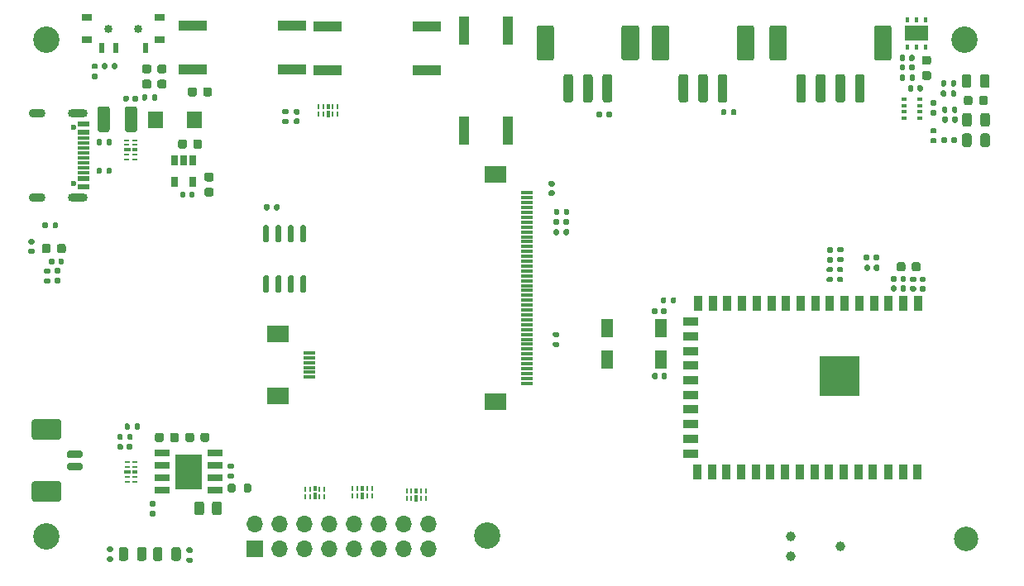
<source format=gts>
%TF.GenerationSoftware,KiCad,Pcbnew,(5.1.10)-1*%
%TF.CreationDate,2021-07-15T23:48:19-07:00*%
%TF.ProjectId,esp32_sensor,65737033-325f-4736-956e-736f722e6b69,rev?*%
%TF.SameCoordinates,Original*%
%TF.FileFunction,Soldermask,Top*%
%TF.FilePolarity,Negative*%
%FSLAX46Y46*%
G04 Gerber Fmt 4.6, Leading zero omitted, Abs format (unit mm)*
G04 Created by KiCad (PCBNEW (5.1.10)-1) date 2021-07-15 23:48:19*
%MOMM*%
%LPD*%
G01*
G04 APERTURE LIST*
%ADD10R,0.500000X0.350000*%
%ADD11R,1.520000X1.680000*%
%ADD12R,4.100000X4.100000*%
%ADD13R,0.900000X1.500000*%
%ADD14R,1.500000X0.900000*%
%ADD15R,3.000000X1.000000*%
%ADD16R,1.000000X3.000000*%
%ADD17R,1.300000X0.300000*%
%ADD18R,2.200000X1.800000*%
%ADD19R,1.700000X1.700000*%
%ADD20O,1.700000X1.700000*%
%ADD21R,0.250000X0.625000*%
%ADD22R,0.450000X0.575000*%
%ADD23R,0.450000X0.700000*%
%ADD24R,0.625000X0.250000*%
%ADD25R,0.700000X0.450000*%
%ADD26R,0.575000X0.450000*%
%ADD27R,1.300000X1.900000*%
%ADD28C,2.500000*%
%ADD29R,1.000000X0.700000*%
%ADD30R,0.600000X1.000000*%
%ADD31C,0.850000*%
%ADD32C,2.700000*%
%ADD33R,0.400000X0.600000*%
%ADD34R,2.400000X1.500000*%
%ADD35C,0.990600*%
%ADD36R,0.650000X1.060000*%
%ADD37R,1.500000X0.650000*%
%ADD38R,2.700000X3.600000*%
%ADD39R,1.160000X0.600000*%
%ADD40C,0.600000*%
%ADD41R,1.160000X0.300000*%
%ADD42O,1.700000X0.900000*%
%ADD43O,2.000000X0.900000*%
G04 APERTURE END LIST*
%TO.C,R37*%
G36*
G01*
X33160000Y-51895000D02*
X33160000Y-52265000D01*
G75*
G02*
X33025000Y-52400000I-135000J0D01*
G01*
X32755000Y-52400000D01*
G75*
G02*
X32620000Y-52265000I0J135000D01*
G01*
X32620000Y-51895000D01*
G75*
G02*
X32755000Y-51760000I135000J0D01*
G01*
X33025000Y-51760000D01*
G75*
G02*
X33160000Y-51895000I0J-135000D01*
G01*
G37*
G36*
G01*
X34180000Y-51895000D02*
X34180000Y-52265000D01*
G75*
G02*
X34045000Y-52400000I-135000J0D01*
G01*
X33775000Y-52400000D01*
G75*
G02*
X33640000Y-52265000I0J135000D01*
G01*
X33640000Y-51895000D01*
G75*
G02*
X33775000Y-51760000I135000J0D01*
G01*
X34045000Y-51760000D01*
G75*
G02*
X34180000Y-51895000I0J-135000D01*
G01*
G37*
%TD*%
%TO.C,R36*%
G36*
G01*
X32925000Y-57510000D02*
X33295000Y-57510000D01*
G75*
G02*
X33430000Y-57645000I0J-135000D01*
G01*
X33430000Y-57915000D01*
G75*
G02*
X33295000Y-58050000I-135000J0D01*
G01*
X32925000Y-58050000D01*
G75*
G02*
X32790000Y-57915000I0J135000D01*
G01*
X32790000Y-57645000D01*
G75*
G02*
X32925000Y-57510000I135000J0D01*
G01*
G37*
G36*
G01*
X32925000Y-56490000D02*
X33295000Y-56490000D01*
G75*
G02*
X33430000Y-56625000I0J-135000D01*
G01*
X33430000Y-56895000D01*
G75*
G02*
X33295000Y-57030000I-135000J0D01*
G01*
X32925000Y-57030000D01*
G75*
G02*
X32790000Y-56895000I0J135000D01*
G01*
X32790000Y-56625000D01*
G75*
G02*
X32925000Y-56490000I135000J0D01*
G01*
G37*
%TD*%
%TO.C,R35*%
G36*
G01*
X34325000Y-57000000D02*
X33955000Y-57000000D01*
G75*
G02*
X33820000Y-56865000I0J135000D01*
G01*
X33820000Y-56595000D01*
G75*
G02*
X33955000Y-56460000I135000J0D01*
G01*
X34325000Y-56460000D01*
G75*
G02*
X34460000Y-56595000I0J-135000D01*
G01*
X34460000Y-56865000D01*
G75*
G02*
X34325000Y-57000000I-135000J0D01*
G01*
G37*
G36*
G01*
X34325000Y-58020000D02*
X33955000Y-58020000D01*
G75*
G02*
X33820000Y-57885000I0J135000D01*
G01*
X33820000Y-57615000D01*
G75*
G02*
X33955000Y-57480000I135000J0D01*
G01*
X34325000Y-57480000D01*
G75*
G02*
X34460000Y-57615000I0J-135000D01*
G01*
X34460000Y-57885000D01*
G75*
G02*
X34325000Y-58020000I-135000J0D01*
G01*
G37*
%TD*%
%TO.C,C27*%
G36*
G01*
X34100000Y-54700000D02*
X34100000Y-54200000D01*
G75*
G02*
X34325000Y-53975000I225000J0D01*
G01*
X34775000Y-53975000D01*
G75*
G02*
X35000000Y-54200000I0J-225000D01*
G01*
X35000000Y-54700000D01*
G75*
G02*
X34775000Y-54925000I-225000J0D01*
G01*
X34325000Y-54925000D01*
G75*
G02*
X34100000Y-54700000I0J225000D01*
G01*
G37*
G36*
G01*
X32550000Y-54700000D02*
X32550000Y-54200000D01*
G75*
G02*
X32775000Y-53975000I225000J0D01*
G01*
X33225000Y-53975000D01*
G75*
G02*
X33450000Y-54200000I0J-225000D01*
G01*
X33450000Y-54700000D01*
G75*
G02*
X33225000Y-54925000I-225000J0D01*
G01*
X32775000Y-54925000D01*
G75*
G02*
X32550000Y-54700000I0J225000D01*
G01*
G37*
%TD*%
%TO.C,C26*%
G36*
G01*
X34240000Y-55950000D02*
X34240000Y-55610000D01*
G75*
G02*
X34380000Y-55470000I140000J0D01*
G01*
X34660000Y-55470000D01*
G75*
G02*
X34800000Y-55610000I0J-140000D01*
G01*
X34800000Y-55950000D01*
G75*
G02*
X34660000Y-56090000I-140000J0D01*
G01*
X34380000Y-56090000D01*
G75*
G02*
X34240000Y-55950000I0J140000D01*
G01*
G37*
G36*
G01*
X33280000Y-55950000D02*
X33280000Y-55610000D01*
G75*
G02*
X33420000Y-55470000I140000J0D01*
G01*
X33700000Y-55470000D01*
G75*
G02*
X33840000Y-55610000I0J-140000D01*
G01*
X33840000Y-55950000D01*
G75*
G02*
X33700000Y-56090000I-140000J0D01*
G01*
X33420000Y-56090000D01*
G75*
G02*
X33280000Y-55950000I0J140000D01*
G01*
G37*
%TD*%
%TO.C,C25*%
G36*
G01*
X31640000Y-54040000D02*
X31300000Y-54040000D01*
G75*
G02*
X31160000Y-53900000I0J140000D01*
G01*
X31160000Y-53620000D01*
G75*
G02*
X31300000Y-53480000I140000J0D01*
G01*
X31640000Y-53480000D01*
G75*
G02*
X31780000Y-53620000I0J-140000D01*
G01*
X31780000Y-53900000D01*
G75*
G02*
X31640000Y-54040000I-140000J0D01*
G01*
G37*
G36*
G01*
X31640000Y-55000000D02*
X31300000Y-55000000D01*
G75*
G02*
X31160000Y-54860000I0J140000D01*
G01*
X31160000Y-54580000D01*
G75*
G02*
X31300000Y-54440000I140000J0D01*
G01*
X31640000Y-54440000D01*
G75*
G02*
X31780000Y-54580000I0J-140000D01*
G01*
X31780000Y-54860000D01*
G75*
G02*
X31640000Y-55000000I-140000J0D01*
G01*
G37*
%TD*%
%TO.C,C24*%
G36*
G01*
X121760000Y-37870000D02*
X121760000Y-38210000D01*
G75*
G02*
X121620000Y-38350000I-140000J0D01*
G01*
X121340000Y-38350000D01*
G75*
G02*
X121200000Y-38210000I0J140000D01*
G01*
X121200000Y-37870000D01*
G75*
G02*
X121340000Y-37730000I140000J0D01*
G01*
X121620000Y-37730000D01*
G75*
G02*
X121760000Y-37870000I0J-140000D01*
G01*
G37*
G36*
G01*
X122720000Y-37870000D02*
X122720000Y-38210000D01*
G75*
G02*
X122580000Y-38350000I-140000J0D01*
G01*
X122300000Y-38350000D01*
G75*
G02*
X122160000Y-38210000I0J140000D01*
G01*
X122160000Y-37870000D01*
G75*
G02*
X122300000Y-37730000I140000J0D01*
G01*
X122580000Y-37730000D01*
G75*
G02*
X122720000Y-37870000I0J-140000D01*
G01*
G37*
%TD*%
D10*
%TO.C,U11*%
X120840000Y-39145000D03*
X122440000Y-39795000D03*
X122440000Y-40445000D03*
X122440000Y-41095000D03*
X120840000Y-39795000D03*
X120840000Y-40445000D03*
X120840000Y-41095000D03*
X122440000Y-39145000D03*
%TD*%
%TO.C,R34*%
G36*
G01*
X125110000Y-38385000D02*
X125110000Y-38755000D01*
G75*
G02*
X124975000Y-38890000I-135000J0D01*
G01*
X124705000Y-38890000D01*
G75*
G02*
X124570000Y-38755000I0J135000D01*
G01*
X124570000Y-38385000D01*
G75*
G02*
X124705000Y-38250000I135000J0D01*
G01*
X124975000Y-38250000D01*
G75*
G02*
X125110000Y-38385000I0J-135000D01*
G01*
G37*
G36*
G01*
X126130000Y-38385000D02*
X126130000Y-38755000D01*
G75*
G02*
X125995000Y-38890000I-135000J0D01*
G01*
X125725000Y-38890000D01*
G75*
G02*
X125590000Y-38755000I0J135000D01*
G01*
X125590000Y-38385000D01*
G75*
G02*
X125725000Y-38250000I135000J0D01*
G01*
X125995000Y-38250000D01*
G75*
G02*
X126130000Y-38385000I0J-135000D01*
G01*
G37*
%TD*%
%TO.C,R33*%
G36*
G01*
X124005000Y-39800000D02*
X123635000Y-39800000D01*
G75*
G02*
X123500000Y-39665000I0J135000D01*
G01*
X123500000Y-39395000D01*
G75*
G02*
X123635000Y-39260000I135000J0D01*
G01*
X124005000Y-39260000D01*
G75*
G02*
X124140000Y-39395000I0J-135000D01*
G01*
X124140000Y-39665000D01*
G75*
G02*
X124005000Y-39800000I-135000J0D01*
G01*
G37*
G36*
G01*
X124005000Y-40820000D02*
X123635000Y-40820000D01*
G75*
G02*
X123500000Y-40685000I0J135000D01*
G01*
X123500000Y-40415000D01*
G75*
G02*
X123635000Y-40280000I135000J0D01*
G01*
X124005000Y-40280000D01*
G75*
G02*
X124140000Y-40415000I0J-135000D01*
G01*
X124140000Y-40685000D01*
G75*
G02*
X124005000Y-40820000I-135000J0D01*
G01*
G37*
%TD*%
%TO.C,R32*%
G36*
G01*
X123995000Y-42660000D02*
X123625000Y-42660000D01*
G75*
G02*
X123490000Y-42525000I0J135000D01*
G01*
X123490000Y-42255000D01*
G75*
G02*
X123625000Y-42120000I135000J0D01*
G01*
X123995000Y-42120000D01*
G75*
G02*
X124130000Y-42255000I0J-135000D01*
G01*
X124130000Y-42525000D01*
G75*
G02*
X123995000Y-42660000I-135000J0D01*
G01*
G37*
G36*
G01*
X123995000Y-43680000D02*
X123625000Y-43680000D01*
G75*
G02*
X123490000Y-43545000I0J135000D01*
G01*
X123490000Y-43275000D01*
G75*
G02*
X123625000Y-43140000I135000J0D01*
G01*
X123995000Y-43140000D01*
G75*
G02*
X124130000Y-43275000I0J-135000D01*
G01*
X124130000Y-43545000D01*
G75*
G02*
X123995000Y-43680000I-135000J0D01*
G01*
G37*
%TD*%
%TO.C,R14*%
G36*
G01*
X53210000Y-79255000D02*
X53210000Y-78705000D01*
G75*
G02*
X53410000Y-78505000I200000J0D01*
G01*
X53810000Y-78505000D01*
G75*
G02*
X54010000Y-78705000I0J-200000D01*
G01*
X54010000Y-79255000D01*
G75*
G02*
X53810000Y-79455000I-200000J0D01*
G01*
X53410000Y-79455000D01*
G75*
G02*
X53210000Y-79255000I0J200000D01*
G01*
G37*
G36*
G01*
X51560000Y-79255000D02*
X51560000Y-78705000D01*
G75*
G02*
X51760000Y-78505000I200000J0D01*
G01*
X52160000Y-78505000D01*
G75*
G02*
X52360000Y-78705000I0J-200000D01*
G01*
X52360000Y-79255000D01*
G75*
G02*
X52160000Y-79455000I-200000J0D01*
G01*
X51760000Y-79455000D01*
G75*
G02*
X51560000Y-79255000I0J200000D01*
G01*
G37*
%TD*%
%TO.C,D6*%
G36*
G01*
X127802500Y-39023750D02*
X127802500Y-39536250D01*
G75*
G02*
X127583750Y-39755000I-218750J0D01*
G01*
X127146250Y-39755000D01*
G75*
G02*
X126927500Y-39536250I0J218750D01*
G01*
X126927500Y-39023750D01*
G75*
G02*
X127146250Y-38805000I218750J0D01*
G01*
X127583750Y-38805000D01*
G75*
G02*
X127802500Y-39023750I0J-218750D01*
G01*
G37*
G36*
G01*
X129377500Y-39023750D02*
X129377500Y-39536250D01*
G75*
G02*
X129158750Y-39755000I-218750J0D01*
G01*
X128721250Y-39755000D01*
G75*
G02*
X128502500Y-39536250I0J218750D01*
G01*
X128502500Y-39023750D01*
G75*
G02*
X128721250Y-38805000I218750J0D01*
G01*
X129158750Y-38805000D01*
G75*
G02*
X129377500Y-39023750I0J-218750D01*
G01*
G37*
%TD*%
D11*
%TO.C,D7*%
X44195000Y-41260000D03*
X48125000Y-41260000D03*
%TD*%
%TO.C,Q1*%
G36*
G01*
X59150000Y-57210000D02*
X59450000Y-57210000D01*
G75*
G02*
X59600000Y-57360000I0J-150000D01*
G01*
X59600000Y-58810000D01*
G75*
G02*
X59450000Y-58960000I-150000J0D01*
G01*
X59150000Y-58960000D01*
G75*
G02*
X59000000Y-58810000I0J150000D01*
G01*
X59000000Y-57360000D01*
G75*
G02*
X59150000Y-57210000I150000J0D01*
G01*
G37*
G36*
G01*
X57880000Y-57210000D02*
X58180000Y-57210000D01*
G75*
G02*
X58330000Y-57360000I0J-150000D01*
G01*
X58330000Y-58810000D01*
G75*
G02*
X58180000Y-58960000I-150000J0D01*
G01*
X57880000Y-58960000D01*
G75*
G02*
X57730000Y-58810000I0J150000D01*
G01*
X57730000Y-57360000D01*
G75*
G02*
X57880000Y-57210000I150000J0D01*
G01*
G37*
G36*
G01*
X56610000Y-57210000D02*
X56910000Y-57210000D01*
G75*
G02*
X57060000Y-57360000I0J-150000D01*
G01*
X57060000Y-58810000D01*
G75*
G02*
X56910000Y-58960000I-150000J0D01*
G01*
X56610000Y-58960000D01*
G75*
G02*
X56460000Y-58810000I0J150000D01*
G01*
X56460000Y-57360000D01*
G75*
G02*
X56610000Y-57210000I150000J0D01*
G01*
G37*
G36*
G01*
X55340000Y-57210000D02*
X55640000Y-57210000D01*
G75*
G02*
X55790000Y-57360000I0J-150000D01*
G01*
X55790000Y-58810000D01*
G75*
G02*
X55640000Y-58960000I-150000J0D01*
G01*
X55340000Y-58960000D01*
G75*
G02*
X55190000Y-58810000I0J150000D01*
G01*
X55190000Y-57360000D01*
G75*
G02*
X55340000Y-57210000I150000J0D01*
G01*
G37*
G36*
G01*
X55340000Y-52060000D02*
X55640000Y-52060000D01*
G75*
G02*
X55790000Y-52210000I0J-150000D01*
G01*
X55790000Y-53660000D01*
G75*
G02*
X55640000Y-53810000I-150000J0D01*
G01*
X55340000Y-53810000D01*
G75*
G02*
X55190000Y-53660000I0J150000D01*
G01*
X55190000Y-52210000D01*
G75*
G02*
X55340000Y-52060000I150000J0D01*
G01*
G37*
G36*
G01*
X56610000Y-52060000D02*
X56910000Y-52060000D01*
G75*
G02*
X57060000Y-52210000I0J-150000D01*
G01*
X57060000Y-53660000D01*
G75*
G02*
X56910000Y-53810000I-150000J0D01*
G01*
X56610000Y-53810000D01*
G75*
G02*
X56460000Y-53660000I0J150000D01*
G01*
X56460000Y-52210000D01*
G75*
G02*
X56610000Y-52060000I150000J0D01*
G01*
G37*
G36*
G01*
X57880000Y-52060000D02*
X58180000Y-52060000D01*
G75*
G02*
X58330000Y-52210000I0J-150000D01*
G01*
X58330000Y-53660000D01*
G75*
G02*
X58180000Y-53810000I-150000J0D01*
G01*
X57880000Y-53810000D01*
G75*
G02*
X57730000Y-53660000I0J150000D01*
G01*
X57730000Y-52210000D01*
G75*
G02*
X57880000Y-52060000I150000J0D01*
G01*
G37*
G36*
G01*
X59150000Y-52060000D02*
X59450000Y-52060000D01*
G75*
G02*
X59600000Y-52210000I0J-150000D01*
G01*
X59600000Y-53660000D01*
G75*
G02*
X59450000Y-53810000I-150000J0D01*
G01*
X59150000Y-53810000D01*
G75*
G02*
X59000000Y-53660000I0J150000D01*
G01*
X59000000Y-52210000D01*
G75*
G02*
X59150000Y-52060000I150000J0D01*
G01*
G37*
%TD*%
%TO.C,F1*%
G36*
G01*
X41047500Y-42275000D02*
X41047500Y-40125000D01*
G75*
G02*
X41297500Y-39875000I250000J0D01*
G01*
X42047500Y-39875000D01*
G75*
G02*
X42297500Y-40125000I0J-250000D01*
G01*
X42297500Y-42275000D01*
G75*
G02*
X42047500Y-42525000I-250000J0D01*
G01*
X41297500Y-42525000D01*
G75*
G02*
X41047500Y-42275000I0J250000D01*
G01*
G37*
G36*
G01*
X38247500Y-42275000D02*
X38247500Y-40125000D01*
G75*
G02*
X38497500Y-39875000I250000J0D01*
G01*
X39247500Y-39875000D01*
G75*
G02*
X39497500Y-40125000I0J-250000D01*
G01*
X39497500Y-42275000D01*
G75*
G02*
X39247500Y-42525000I-250000J0D01*
G01*
X38497500Y-42525000D01*
G75*
G02*
X38247500Y-42275000I0J250000D01*
G01*
G37*
%TD*%
%TO.C,C23*%
G36*
G01*
X43540000Y-36500000D02*
X43040000Y-36500000D01*
G75*
G02*
X42815000Y-36275000I0J225000D01*
G01*
X42815000Y-35825000D01*
G75*
G02*
X43040000Y-35600000I225000J0D01*
G01*
X43540000Y-35600000D01*
G75*
G02*
X43765000Y-35825000I0J-225000D01*
G01*
X43765000Y-36275000D01*
G75*
G02*
X43540000Y-36500000I-225000J0D01*
G01*
G37*
G36*
G01*
X43540000Y-38050000D02*
X43040000Y-38050000D01*
G75*
G02*
X42815000Y-37825000I0J225000D01*
G01*
X42815000Y-37375000D01*
G75*
G02*
X43040000Y-37150000I225000J0D01*
G01*
X43540000Y-37150000D01*
G75*
G02*
X43765000Y-37375000I0J-225000D01*
G01*
X43765000Y-37825000D01*
G75*
G02*
X43540000Y-38050000I-225000J0D01*
G01*
G37*
%TD*%
%TO.C,C22*%
G36*
G01*
X49050000Y-38650000D02*
X49050000Y-38150000D01*
G75*
G02*
X49275000Y-37925000I225000J0D01*
G01*
X49725000Y-37925000D01*
G75*
G02*
X49950000Y-38150000I0J-225000D01*
G01*
X49950000Y-38650000D01*
G75*
G02*
X49725000Y-38875000I-225000J0D01*
G01*
X49275000Y-38875000D01*
G75*
G02*
X49050000Y-38650000I0J225000D01*
G01*
G37*
G36*
G01*
X47500000Y-38650000D02*
X47500000Y-38150000D01*
G75*
G02*
X47725000Y-37925000I225000J0D01*
G01*
X48175000Y-37925000D01*
G75*
G02*
X48400000Y-38150000I0J-225000D01*
G01*
X48400000Y-38650000D01*
G75*
G02*
X48175000Y-38875000I-225000J0D01*
G01*
X47725000Y-38875000D01*
G75*
G02*
X47500000Y-38650000I0J225000D01*
G01*
G37*
%TD*%
%TO.C,C21*%
G36*
G01*
X45090000Y-36500000D02*
X44590000Y-36500000D01*
G75*
G02*
X44365000Y-36275000I0J225000D01*
G01*
X44365000Y-35825000D01*
G75*
G02*
X44590000Y-35600000I225000J0D01*
G01*
X45090000Y-35600000D01*
G75*
G02*
X45315000Y-35825000I0J-225000D01*
G01*
X45315000Y-36275000D01*
G75*
G02*
X45090000Y-36500000I-225000J0D01*
G01*
G37*
G36*
G01*
X45090000Y-38050000D02*
X44590000Y-38050000D01*
G75*
G02*
X44365000Y-37825000I0J225000D01*
G01*
X44365000Y-37375000D01*
G75*
G02*
X44590000Y-37150000I225000J0D01*
G01*
X45090000Y-37150000D01*
G75*
G02*
X45315000Y-37375000I0J-225000D01*
G01*
X45315000Y-37825000D01*
G75*
G02*
X45090000Y-38050000I-225000J0D01*
G01*
G37*
%TD*%
%TO.C,J10*%
G36*
G01*
X31770000Y-78280000D02*
X34270000Y-78280000D01*
G75*
G02*
X34520000Y-78530000I0J-250000D01*
G01*
X34520000Y-80130000D01*
G75*
G02*
X34270000Y-80380000I-250000J0D01*
G01*
X31770000Y-80380000D01*
G75*
G02*
X31520000Y-80130000I0J250000D01*
G01*
X31520000Y-78530000D01*
G75*
G02*
X31770000Y-78280000I250000J0D01*
G01*
G37*
G36*
G01*
X31770000Y-71930000D02*
X34270000Y-71930000D01*
G75*
G02*
X34520000Y-72180000I0J-250000D01*
G01*
X34520000Y-73780000D01*
G75*
G02*
X34270000Y-74030000I-250000J0D01*
G01*
X31770000Y-74030000D01*
G75*
G02*
X31520000Y-73780000I0J250000D01*
G01*
X31520000Y-72180000D01*
G75*
G02*
X31770000Y-71930000I250000J0D01*
G01*
G37*
G36*
G01*
X35320000Y-76380000D02*
X36520000Y-76380000D01*
G75*
G02*
X36720000Y-76580000I0J-200000D01*
G01*
X36720000Y-76980000D01*
G75*
G02*
X36520000Y-77180000I-200000J0D01*
G01*
X35320000Y-77180000D01*
G75*
G02*
X35120000Y-76980000I0J200000D01*
G01*
X35120000Y-76580000D01*
G75*
G02*
X35320000Y-76380000I200000J0D01*
G01*
G37*
G36*
G01*
X35320000Y-75130000D02*
X36520000Y-75130000D01*
G75*
G02*
X36720000Y-75330000I0J-200000D01*
G01*
X36720000Y-75730000D01*
G75*
G02*
X36520000Y-75930000I-200000J0D01*
G01*
X35320000Y-75930000D01*
G75*
G02*
X35120000Y-75730000I0J200000D01*
G01*
X35120000Y-75330000D01*
G75*
G02*
X35320000Y-75130000I200000J0D01*
G01*
G37*
%TD*%
D12*
%TO.C,U1*%
X114180000Y-67495000D03*
D13*
X122120000Y-77310000D03*
X120720000Y-77310000D03*
X119220000Y-77310000D03*
X117620000Y-77310000D03*
D14*
X98970000Y-73935000D03*
X98970000Y-75435000D03*
D13*
X99620000Y-77310000D03*
X101120000Y-77310000D03*
X102620000Y-77310000D03*
X104120000Y-77310000D03*
X105620000Y-77310000D03*
X107120000Y-77310000D03*
X108620000Y-77310000D03*
X110120000Y-77310000D03*
X111620000Y-77310000D03*
X113120000Y-77310000D03*
X114620000Y-77310000D03*
X116120000Y-77310000D03*
X102720000Y-60060000D03*
X104220000Y-60060000D03*
X105720000Y-60060000D03*
X107220000Y-60060000D03*
X108720000Y-60060000D03*
X110220000Y-60060000D03*
X111720000Y-60060000D03*
X113220000Y-60060000D03*
X114720000Y-60060000D03*
X116220000Y-60060000D03*
X117720000Y-60060000D03*
X119220000Y-60060000D03*
X120720000Y-60060000D03*
D14*
X98970000Y-72435000D03*
X98970000Y-70935000D03*
X98970000Y-69435000D03*
X98970000Y-67935000D03*
X98970000Y-66435000D03*
X98970000Y-64935000D03*
X98970000Y-63435000D03*
X98970000Y-61935000D03*
D13*
X99720000Y-60060000D03*
X101220000Y-60060000D03*
X122220000Y-60060000D03*
%TD*%
D15*
%TO.C,SW4*%
X71960000Y-36170000D03*
X61760000Y-36170000D03*
X71960000Y-31670000D03*
X61760000Y-31670000D03*
%TD*%
%TO.C,SW3*%
X58150000Y-36130000D03*
X47950000Y-36130000D03*
X58150000Y-31630000D03*
X47950000Y-31630000D03*
%TD*%
D16*
%TO.C,SW2*%
X75790000Y-42350000D03*
X75790000Y-32150000D03*
X80290000Y-42350000D03*
X80290000Y-32150000D03*
%TD*%
%TO.C,R31*%
G36*
G01*
X39240000Y-35575000D02*
X39240000Y-35945000D01*
G75*
G02*
X39105000Y-36080000I-135000J0D01*
G01*
X38835000Y-36080000D01*
G75*
G02*
X38700000Y-35945000I0J135000D01*
G01*
X38700000Y-35575000D01*
G75*
G02*
X38835000Y-35440000I135000J0D01*
G01*
X39105000Y-35440000D01*
G75*
G02*
X39240000Y-35575000I0J-135000D01*
G01*
G37*
G36*
G01*
X40260000Y-35575000D02*
X40260000Y-35945000D01*
G75*
G02*
X40125000Y-36080000I-135000J0D01*
G01*
X39855000Y-36080000D01*
G75*
G02*
X39720000Y-35945000I0J135000D01*
G01*
X39720000Y-35575000D01*
G75*
G02*
X39855000Y-35440000I135000J0D01*
G01*
X40125000Y-35440000D01*
G75*
G02*
X40260000Y-35575000I0J-135000D01*
G01*
G37*
%TD*%
%TO.C,C20*%
G36*
G01*
X84560000Y-48490000D02*
X84900000Y-48490000D01*
G75*
G02*
X85040000Y-48630000I0J-140000D01*
G01*
X85040000Y-48910000D01*
G75*
G02*
X84900000Y-49050000I-140000J0D01*
G01*
X84560000Y-49050000D01*
G75*
G02*
X84420000Y-48910000I0J140000D01*
G01*
X84420000Y-48630000D01*
G75*
G02*
X84560000Y-48490000I140000J0D01*
G01*
G37*
G36*
G01*
X84560000Y-47530000D02*
X84900000Y-47530000D01*
G75*
G02*
X85040000Y-47670000I0J-140000D01*
G01*
X85040000Y-47950000D01*
G75*
G02*
X84900000Y-48090000I-140000J0D01*
G01*
X84560000Y-48090000D01*
G75*
G02*
X84420000Y-47950000I0J140000D01*
G01*
X84420000Y-47670000D01*
G75*
G02*
X84560000Y-47530000I140000J0D01*
G01*
G37*
%TD*%
D17*
%TO.C,J9*%
X82220000Y-68250000D03*
X82220000Y-67750000D03*
X82220000Y-67250000D03*
X82220000Y-66750000D03*
X82220000Y-66250000D03*
X82220000Y-65750000D03*
X82220000Y-65250000D03*
X82220000Y-64750000D03*
X82220000Y-64250000D03*
X82220000Y-63750000D03*
X82220000Y-63250000D03*
X82220000Y-62750000D03*
X82220000Y-62250000D03*
X82220000Y-61750000D03*
X82220000Y-61250000D03*
X82220000Y-60750000D03*
X82220000Y-60250000D03*
X82220000Y-59750000D03*
X82220000Y-59250000D03*
X82220000Y-58750000D03*
X82220000Y-58250000D03*
X82220000Y-57750000D03*
X82220000Y-57250000D03*
X82220000Y-56750000D03*
X82220000Y-56250000D03*
X82220000Y-55750000D03*
X82220000Y-55250000D03*
X82220000Y-54750000D03*
X82220000Y-54250000D03*
X82220000Y-53750000D03*
X82220000Y-53250000D03*
X82220000Y-52750000D03*
X82220000Y-52250000D03*
X82220000Y-51750000D03*
X82220000Y-51250000D03*
X82220000Y-50750000D03*
X82220000Y-50250000D03*
X82220000Y-49750000D03*
X82220000Y-49250000D03*
X82220000Y-48750000D03*
D18*
X78970000Y-46850000D03*
X78970000Y-70150000D03*
%TD*%
D19*
%TO.C,J6*%
X54360000Y-85240000D03*
D20*
X54360000Y-82700000D03*
X56900000Y-85240000D03*
X56900000Y-82700000D03*
X59440000Y-85240000D03*
X59440000Y-82700000D03*
X61980000Y-85240000D03*
X61980000Y-82700000D03*
X64520000Y-85240000D03*
X64520000Y-82700000D03*
X67060000Y-85240000D03*
X67060000Y-82700000D03*
X69600000Y-85240000D03*
X69600000Y-82700000D03*
X72140000Y-85240000D03*
X72140000Y-82700000D03*
%TD*%
D21*
%TO.C,U10*%
X60980000Y-79072500D03*
X61480000Y-79072500D03*
D22*
X60480000Y-79047500D03*
D21*
X61480000Y-79847500D03*
X59980000Y-79072500D03*
X59480000Y-79072500D03*
X60980000Y-79847500D03*
X59480000Y-79847500D03*
D23*
X60480000Y-79810000D03*
D21*
X59980000Y-79847500D03*
%TD*%
%TO.C,U9*%
X64830000Y-79827500D03*
D23*
X65330000Y-79790000D03*
D21*
X64330000Y-79827500D03*
X65830000Y-79827500D03*
X64330000Y-79052500D03*
X64830000Y-79052500D03*
X66330000Y-79827500D03*
D22*
X65330000Y-79027500D03*
D21*
X66330000Y-79052500D03*
X65830000Y-79052500D03*
%TD*%
%TO.C,U8*%
X61340000Y-40710000D03*
D23*
X61840000Y-40672500D03*
D21*
X60840000Y-40710000D03*
X62340000Y-40710000D03*
X60840000Y-39935000D03*
X61340000Y-39935000D03*
X62840000Y-40710000D03*
D22*
X61840000Y-39910000D03*
D21*
X62840000Y-39935000D03*
X62340000Y-39935000D03*
%TD*%
D24*
%TO.C,U7*%
X41255000Y-43850000D03*
D25*
X41292500Y-44350000D03*
D24*
X41255000Y-43350000D03*
X41255000Y-44850000D03*
X42030000Y-43350000D03*
X42030000Y-43850000D03*
X41255000Y-45350000D03*
D26*
X42055000Y-44350000D03*
D24*
X42030000Y-45350000D03*
X42030000Y-44850000D03*
%TD*%
%TO.C,U6*%
X41292500Y-76860000D03*
D25*
X41330000Y-77360000D03*
D24*
X41292500Y-76360000D03*
X41292500Y-77860000D03*
X42067500Y-76360000D03*
X42067500Y-76860000D03*
X41292500Y-78360000D03*
D26*
X42092500Y-77360000D03*
D24*
X42067500Y-78360000D03*
X42067500Y-77860000D03*
%TD*%
D21*
%TO.C,U5*%
X70380000Y-80057500D03*
D23*
X70880000Y-80020000D03*
D21*
X69880000Y-80057500D03*
X71380000Y-80057500D03*
X69880000Y-79282500D03*
X70380000Y-79282500D03*
X71880000Y-80057500D03*
D22*
X70880000Y-79257500D03*
D21*
X71880000Y-79282500D03*
X71380000Y-79282500D03*
%TD*%
D27*
%TO.C,Y1*%
X95890000Y-65800000D03*
X90390000Y-65800000D03*
X90390000Y-62600000D03*
X95890000Y-62600000D03*
%TD*%
%TO.C,R30*%
G36*
G01*
X85490000Y-50505000D02*
X85490000Y-50875000D01*
G75*
G02*
X85355000Y-51010000I-135000J0D01*
G01*
X85085000Y-51010000D01*
G75*
G02*
X84950000Y-50875000I0J135000D01*
G01*
X84950000Y-50505000D01*
G75*
G02*
X85085000Y-50370000I135000J0D01*
G01*
X85355000Y-50370000D01*
G75*
G02*
X85490000Y-50505000I0J-135000D01*
G01*
G37*
G36*
G01*
X86510000Y-50505000D02*
X86510000Y-50875000D01*
G75*
G02*
X86375000Y-51010000I-135000J0D01*
G01*
X86105000Y-51010000D01*
G75*
G02*
X85970000Y-50875000I0J135000D01*
G01*
X85970000Y-50505000D01*
G75*
G02*
X86105000Y-50370000I135000J0D01*
G01*
X86375000Y-50370000D01*
G75*
G02*
X86510000Y-50505000I0J-135000D01*
G01*
G37*
%TD*%
%TO.C,R29*%
G36*
G01*
X85480000Y-51545000D02*
X85480000Y-51915000D01*
G75*
G02*
X85345000Y-52050000I-135000J0D01*
G01*
X85075000Y-52050000D01*
G75*
G02*
X84940000Y-51915000I0J135000D01*
G01*
X84940000Y-51545000D01*
G75*
G02*
X85075000Y-51410000I135000J0D01*
G01*
X85345000Y-51410000D01*
G75*
G02*
X85480000Y-51545000I0J-135000D01*
G01*
G37*
G36*
G01*
X86500000Y-51545000D02*
X86500000Y-51915000D01*
G75*
G02*
X86365000Y-52050000I-135000J0D01*
G01*
X86095000Y-52050000D01*
G75*
G02*
X85960000Y-51915000I0J135000D01*
G01*
X85960000Y-51545000D01*
G75*
G02*
X86095000Y-51410000I135000J0D01*
G01*
X86365000Y-51410000D01*
G75*
G02*
X86500000Y-51545000I0J-135000D01*
G01*
G37*
%TD*%
%TO.C,R28*%
G36*
G01*
X85480000Y-52595000D02*
X85480000Y-52965000D01*
G75*
G02*
X85345000Y-53100000I-135000J0D01*
G01*
X85075000Y-53100000D01*
G75*
G02*
X84940000Y-52965000I0J135000D01*
G01*
X84940000Y-52595000D01*
G75*
G02*
X85075000Y-52460000I135000J0D01*
G01*
X85345000Y-52460000D01*
G75*
G02*
X85480000Y-52595000I0J-135000D01*
G01*
G37*
G36*
G01*
X86500000Y-52595000D02*
X86500000Y-52965000D01*
G75*
G02*
X86365000Y-53100000I-135000J0D01*
G01*
X86095000Y-53100000D01*
G75*
G02*
X85960000Y-52965000I0J135000D01*
G01*
X85960000Y-52595000D01*
G75*
G02*
X86095000Y-52460000I135000J0D01*
G01*
X86365000Y-52460000D01*
G75*
G02*
X86500000Y-52595000I0J-135000D01*
G01*
G37*
%TD*%
%TO.C,R27*%
G36*
G01*
X85365000Y-63530000D02*
X84995000Y-63530000D01*
G75*
G02*
X84860000Y-63395000I0J135000D01*
G01*
X84860000Y-63125000D01*
G75*
G02*
X84995000Y-62990000I135000J0D01*
G01*
X85365000Y-62990000D01*
G75*
G02*
X85500000Y-63125000I0J-135000D01*
G01*
X85500000Y-63395000D01*
G75*
G02*
X85365000Y-63530000I-135000J0D01*
G01*
G37*
G36*
G01*
X85365000Y-64550000D02*
X84995000Y-64550000D01*
G75*
G02*
X84860000Y-64415000I0J135000D01*
G01*
X84860000Y-64145000D01*
G75*
G02*
X84995000Y-64010000I135000J0D01*
G01*
X85365000Y-64010000D01*
G75*
G02*
X85500000Y-64145000I0J-135000D01*
G01*
X85500000Y-64415000D01*
G75*
G02*
X85365000Y-64550000I-135000J0D01*
G01*
G37*
%TD*%
%TO.C,R25*%
G36*
G01*
X56330000Y-50405000D02*
X56330000Y-50035000D01*
G75*
G02*
X56465000Y-49900000I135000J0D01*
G01*
X56735000Y-49900000D01*
G75*
G02*
X56870000Y-50035000I0J-135000D01*
G01*
X56870000Y-50405000D01*
G75*
G02*
X56735000Y-50540000I-135000J0D01*
G01*
X56465000Y-50540000D01*
G75*
G02*
X56330000Y-50405000I0J135000D01*
G01*
G37*
G36*
G01*
X55310000Y-50405000D02*
X55310000Y-50035000D01*
G75*
G02*
X55445000Y-49900000I135000J0D01*
G01*
X55715000Y-49900000D01*
G75*
G02*
X55850000Y-50035000I0J-135000D01*
G01*
X55850000Y-50405000D01*
G75*
G02*
X55715000Y-50540000I-135000J0D01*
G01*
X55445000Y-50540000D01*
G75*
G02*
X55310000Y-50405000I0J135000D01*
G01*
G37*
%TD*%
%TO.C,R23*%
G36*
G01*
X113385000Y-56880000D02*
X113015000Y-56880000D01*
G75*
G02*
X112880000Y-56745000I0J135000D01*
G01*
X112880000Y-56475000D01*
G75*
G02*
X113015000Y-56340000I135000J0D01*
G01*
X113385000Y-56340000D01*
G75*
G02*
X113520000Y-56475000I0J-135000D01*
G01*
X113520000Y-56745000D01*
G75*
G02*
X113385000Y-56880000I-135000J0D01*
G01*
G37*
G36*
G01*
X113385000Y-57900000D02*
X113015000Y-57900000D01*
G75*
G02*
X112880000Y-57765000I0J135000D01*
G01*
X112880000Y-57495000D01*
G75*
G02*
X113015000Y-57360000I135000J0D01*
G01*
X113385000Y-57360000D01*
G75*
G02*
X113520000Y-57495000I0J-135000D01*
G01*
X113520000Y-57765000D01*
G75*
G02*
X113385000Y-57900000I-135000J0D01*
G01*
G37*
%TD*%
%TO.C,R20*%
G36*
G01*
X114075000Y-57360000D02*
X114445000Y-57360000D01*
G75*
G02*
X114580000Y-57495000I0J-135000D01*
G01*
X114580000Y-57765000D01*
G75*
G02*
X114445000Y-57900000I-135000J0D01*
G01*
X114075000Y-57900000D01*
G75*
G02*
X113940000Y-57765000I0J135000D01*
G01*
X113940000Y-57495000D01*
G75*
G02*
X114075000Y-57360000I135000J0D01*
G01*
G37*
G36*
G01*
X114075000Y-56340000D02*
X114445000Y-56340000D01*
G75*
G02*
X114580000Y-56475000I0J-135000D01*
G01*
X114580000Y-56745000D01*
G75*
G02*
X114445000Y-56880000I-135000J0D01*
G01*
X114075000Y-56880000D01*
G75*
G02*
X113940000Y-56745000I0J135000D01*
G01*
X113940000Y-56475000D01*
G75*
G02*
X114075000Y-56340000I135000J0D01*
G01*
G37*
%TD*%
%TO.C,R18*%
G36*
G01*
X96450000Y-59575000D02*
X96450000Y-59945000D01*
G75*
G02*
X96315000Y-60080000I-135000J0D01*
G01*
X96045000Y-60080000D01*
G75*
G02*
X95910000Y-59945000I0J135000D01*
G01*
X95910000Y-59575000D01*
G75*
G02*
X96045000Y-59440000I135000J0D01*
G01*
X96315000Y-59440000D01*
G75*
G02*
X96450000Y-59575000I0J-135000D01*
G01*
G37*
G36*
G01*
X97470000Y-59575000D02*
X97470000Y-59945000D01*
G75*
G02*
X97335000Y-60080000I-135000J0D01*
G01*
X97065000Y-60080000D01*
G75*
G02*
X96930000Y-59945000I0J135000D01*
G01*
X96930000Y-59575000D01*
G75*
G02*
X97065000Y-59440000I135000J0D01*
G01*
X97335000Y-59440000D01*
G75*
G02*
X97470000Y-59575000I0J-135000D01*
G01*
G37*
%TD*%
%TO.C,R5*%
G36*
G01*
X41300000Y-73935000D02*
X41300000Y-73565000D01*
G75*
G02*
X41435000Y-73430000I135000J0D01*
G01*
X41705000Y-73430000D01*
G75*
G02*
X41840000Y-73565000I0J-135000D01*
G01*
X41840000Y-73935000D01*
G75*
G02*
X41705000Y-74070000I-135000J0D01*
G01*
X41435000Y-74070000D01*
G75*
G02*
X41300000Y-73935000I0J135000D01*
G01*
G37*
G36*
G01*
X40280000Y-73935000D02*
X40280000Y-73565000D01*
G75*
G02*
X40415000Y-73430000I135000J0D01*
G01*
X40685000Y-73430000D01*
G75*
G02*
X40820000Y-73565000I0J-135000D01*
G01*
X40820000Y-73935000D01*
G75*
G02*
X40685000Y-74070000I-135000J0D01*
G01*
X40415000Y-74070000D01*
G75*
G02*
X40280000Y-73935000I0J135000D01*
G01*
G37*
%TD*%
%TO.C,R4*%
G36*
G01*
X42040000Y-72885000D02*
X42040000Y-72515000D01*
G75*
G02*
X42175000Y-72380000I135000J0D01*
G01*
X42445000Y-72380000D01*
G75*
G02*
X42580000Y-72515000I0J-135000D01*
G01*
X42580000Y-72885000D01*
G75*
G02*
X42445000Y-73020000I-135000J0D01*
G01*
X42175000Y-73020000D01*
G75*
G02*
X42040000Y-72885000I0J135000D01*
G01*
G37*
G36*
G01*
X41020000Y-72885000D02*
X41020000Y-72515000D01*
G75*
G02*
X41155000Y-72380000I135000J0D01*
G01*
X41425000Y-72380000D01*
G75*
G02*
X41560000Y-72515000I0J-135000D01*
G01*
X41560000Y-72885000D01*
G75*
G02*
X41425000Y-73020000I-135000J0D01*
G01*
X41155000Y-73020000D01*
G75*
G02*
X41020000Y-72885000I0J135000D01*
G01*
G37*
%TD*%
%TO.C,C19*%
G36*
G01*
X117710000Y-56590000D02*
X117710000Y-56250000D01*
G75*
G02*
X117850000Y-56110000I140000J0D01*
G01*
X118130000Y-56110000D01*
G75*
G02*
X118270000Y-56250000I0J-140000D01*
G01*
X118270000Y-56590000D01*
G75*
G02*
X118130000Y-56730000I-140000J0D01*
G01*
X117850000Y-56730000D01*
G75*
G02*
X117710000Y-56590000I0J140000D01*
G01*
G37*
G36*
G01*
X116750000Y-56590000D02*
X116750000Y-56250000D01*
G75*
G02*
X116890000Y-56110000I140000J0D01*
G01*
X117170000Y-56110000D01*
G75*
G02*
X117310000Y-56250000I0J-140000D01*
G01*
X117310000Y-56590000D01*
G75*
G02*
X117170000Y-56730000I-140000J0D01*
G01*
X116890000Y-56730000D01*
G75*
G02*
X116750000Y-56590000I0J140000D01*
G01*
G37*
%TD*%
%TO.C,C18*%
G36*
G01*
X95580000Y-67350000D02*
X95580000Y-67690000D01*
G75*
G02*
X95440000Y-67830000I-140000J0D01*
G01*
X95160000Y-67830000D01*
G75*
G02*
X95020000Y-67690000I0J140000D01*
G01*
X95020000Y-67350000D01*
G75*
G02*
X95160000Y-67210000I140000J0D01*
G01*
X95440000Y-67210000D01*
G75*
G02*
X95580000Y-67350000I0J-140000D01*
G01*
G37*
G36*
G01*
X96540000Y-67350000D02*
X96540000Y-67690000D01*
G75*
G02*
X96400000Y-67830000I-140000J0D01*
G01*
X96120000Y-67830000D01*
G75*
G02*
X95980000Y-67690000I0J140000D01*
G01*
X95980000Y-67350000D01*
G75*
G02*
X96120000Y-67210000I140000J0D01*
G01*
X96400000Y-67210000D01*
G75*
G02*
X96540000Y-67350000I0J-140000D01*
G01*
G37*
%TD*%
%TO.C,C17*%
G36*
G01*
X95950000Y-61040000D02*
X95950000Y-60700000D01*
G75*
G02*
X96090000Y-60560000I140000J0D01*
G01*
X96370000Y-60560000D01*
G75*
G02*
X96510000Y-60700000I0J-140000D01*
G01*
X96510000Y-61040000D01*
G75*
G02*
X96370000Y-61180000I-140000J0D01*
G01*
X96090000Y-61180000D01*
G75*
G02*
X95950000Y-61040000I0J140000D01*
G01*
G37*
G36*
G01*
X94990000Y-61040000D02*
X94990000Y-60700000D01*
G75*
G02*
X95130000Y-60560000I140000J0D01*
G01*
X95410000Y-60560000D01*
G75*
G02*
X95550000Y-60700000I0J-140000D01*
G01*
X95550000Y-61040000D01*
G75*
G02*
X95410000Y-61180000I-140000J0D01*
G01*
X95130000Y-61180000D01*
G75*
G02*
X94990000Y-61040000I0J140000D01*
G01*
G37*
%TD*%
%TO.C,R17*%
G36*
G01*
X103090000Y-40665000D02*
X103090000Y-40295000D01*
G75*
G02*
X103225000Y-40160000I135000J0D01*
G01*
X103495000Y-40160000D01*
G75*
G02*
X103630000Y-40295000I0J-135000D01*
G01*
X103630000Y-40665000D01*
G75*
G02*
X103495000Y-40800000I-135000J0D01*
G01*
X103225000Y-40800000D01*
G75*
G02*
X103090000Y-40665000I0J135000D01*
G01*
G37*
G36*
G01*
X102070000Y-40665000D02*
X102070000Y-40295000D01*
G75*
G02*
X102205000Y-40160000I135000J0D01*
G01*
X102475000Y-40160000D01*
G75*
G02*
X102610000Y-40295000I0J-135000D01*
G01*
X102610000Y-40665000D01*
G75*
G02*
X102475000Y-40800000I-135000J0D01*
G01*
X102205000Y-40800000D01*
G75*
G02*
X102070000Y-40665000I0J135000D01*
G01*
G37*
%TD*%
%TO.C,R15*%
G36*
G01*
X89880000Y-40535000D02*
X89880000Y-40905000D01*
G75*
G02*
X89745000Y-41040000I-135000J0D01*
G01*
X89475000Y-41040000D01*
G75*
G02*
X89340000Y-40905000I0J135000D01*
G01*
X89340000Y-40535000D01*
G75*
G02*
X89475000Y-40400000I135000J0D01*
G01*
X89745000Y-40400000D01*
G75*
G02*
X89880000Y-40535000I0J-135000D01*
G01*
G37*
G36*
G01*
X90900000Y-40535000D02*
X90900000Y-40905000D01*
G75*
G02*
X90765000Y-41040000I-135000J0D01*
G01*
X90495000Y-41040000D01*
G75*
G02*
X90360000Y-40905000I0J135000D01*
G01*
X90360000Y-40535000D01*
G75*
G02*
X90495000Y-40400000I135000J0D01*
G01*
X90765000Y-40400000D01*
G75*
G02*
X90900000Y-40535000I0J-135000D01*
G01*
G37*
%TD*%
%TO.C,C16*%
G36*
G01*
X58470000Y-41120000D02*
X58810000Y-41120000D01*
G75*
G02*
X58950000Y-41260000I0J-140000D01*
G01*
X58950000Y-41540000D01*
G75*
G02*
X58810000Y-41680000I-140000J0D01*
G01*
X58470000Y-41680000D01*
G75*
G02*
X58330000Y-41540000I0J140000D01*
G01*
X58330000Y-41260000D01*
G75*
G02*
X58470000Y-41120000I140000J0D01*
G01*
G37*
G36*
G01*
X58470000Y-40160000D02*
X58810000Y-40160000D01*
G75*
G02*
X58950000Y-40300000I0J-140000D01*
G01*
X58950000Y-40580000D01*
G75*
G02*
X58810000Y-40720000I-140000J0D01*
G01*
X58470000Y-40720000D01*
G75*
G02*
X58330000Y-40580000I0J140000D01*
G01*
X58330000Y-40300000D01*
G75*
G02*
X58470000Y-40160000I140000J0D01*
G01*
G37*
%TD*%
%TO.C,R19*%
G36*
G01*
X37775000Y-36540000D02*
X38145000Y-36540000D01*
G75*
G02*
X38280000Y-36675000I0J-135000D01*
G01*
X38280000Y-36945000D01*
G75*
G02*
X38145000Y-37080000I-135000J0D01*
G01*
X37775000Y-37080000D01*
G75*
G02*
X37640000Y-36945000I0J135000D01*
G01*
X37640000Y-36675000D01*
G75*
G02*
X37775000Y-36540000I135000J0D01*
G01*
G37*
G36*
G01*
X37775000Y-35520000D02*
X38145000Y-35520000D01*
G75*
G02*
X38280000Y-35655000I0J-135000D01*
G01*
X38280000Y-35925000D01*
G75*
G02*
X38145000Y-36060000I-135000J0D01*
G01*
X37775000Y-36060000D01*
G75*
G02*
X37640000Y-35925000I0J135000D01*
G01*
X37640000Y-35655000D01*
G75*
G02*
X37775000Y-35520000I135000J0D01*
G01*
G37*
%TD*%
%TO.C,R12*%
G36*
G01*
X47475000Y-86100000D02*
X47845000Y-86100000D01*
G75*
G02*
X47980000Y-86235000I0J-135000D01*
G01*
X47980000Y-86505000D01*
G75*
G02*
X47845000Y-86640000I-135000J0D01*
G01*
X47475000Y-86640000D01*
G75*
G02*
X47340000Y-86505000I0J135000D01*
G01*
X47340000Y-86235000D01*
G75*
G02*
X47475000Y-86100000I135000J0D01*
G01*
G37*
G36*
G01*
X47475000Y-85080000D02*
X47845000Y-85080000D01*
G75*
G02*
X47980000Y-85215000I0J-135000D01*
G01*
X47980000Y-85485000D01*
G75*
G02*
X47845000Y-85620000I-135000J0D01*
G01*
X47475000Y-85620000D01*
G75*
G02*
X47340000Y-85485000I0J135000D01*
G01*
X47340000Y-85215000D01*
G75*
G02*
X47475000Y-85080000I135000J0D01*
G01*
G37*
%TD*%
%TO.C,R11*%
G36*
G01*
X39705000Y-85520000D02*
X39335000Y-85520000D01*
G75*
G02*
X39200000Y-85385000I0J135000D01*
G01*
X39200000Y-85115000D01*
G75*
G02*
X39335000Y-84980000I135000J0D01*
G01*
X39705000Y-84980000D01*
G75*
G02*
X39840000Y-85115000I0J-135000D01*
G01*
X39840000Y-85385000D01*
G75*
G02*
X39705000Y-85520000I-135000J0D01*
G01*
G37*
G36*
G01*
X39705000Y-86540000D02*
X39335000Y-86540000D01*
G75*
G02*
X39200000Y-86405000I0J135000D01*
G01*
X39200000Y-86135000D01*
G75*
G02*
X39335000Y-86000000I135000J0D01*
G01*
X39705000Y-86000000D01*
G75*
G02*
X39840000Y-86135000I0J-135000D01*
G01*
X39840000Y-86405000D01*
G75*
G02*
X39705000Y-86540000I-135000J0D01*
G01*
G37*
%TD*%
%TO.C,R10*%
G36*
G01*
X121380000Y-37135000D02*
X121380000Y-36765000D01*
G75*
G02*
X121515000Y-36630000I135000J0D01*
G01*
X121785000Y-36630000D01*
G75*
G02*
X121920000Y-36765000I0J-135000D01*
G01*
X121920000Y-37135000D01*
G75*
G02*
X121785000Y-37270000I-135000J0D01*
G01*
X121515000Y-37270000D01*
G75*
G02*
X121380000Y-37135000I0J135000D01*
G01*
G37*
G36*
G01*
X120360000Y-37135000D02*
X120360000Y-36765000D01*
G75*
G02*
X120495000Y-36630000I135000J0D01*
G01*
X120765000Y-36630000D01*
G75*
G02*
X120900000Y-36765000I0J-135000D01*
G01*
X120900000Y-37135000D01*
G75*
G02*
X120765000Y-37270000I-135000J0D01*
G01*
X120495000Y-37270000D01*
G75*
G02*
X120360000Y-37135000I0J135000D01*
G01*
G37*
%TD*%
D28*
%TO.C,H5*%
X127150000Y-84170000D03*
%TD*%
%TO.C,C15*%
G36*
G01*
X47240000Y-48760000D02*
X47240000Y-49100000D01*
G75*
G02*
X47100000Y-49240000I-140000J0D01*
G01*
X46820000Y-49240000D01*
G75*
G02*
X46680000Y-49100000I0J140000D01*
G01*
X46680000Y-48760000D01*
G75*
G02*
X46820000Y-48620000I140000J0D01*
G01*
X47100000Y-48620000D01*
G75*
G02*
X47240000Y-48760000I0J-140000D01*
G01*
G37*
G36*
G01*
X48200000Y-48760000D02*
X48200000Y-49100000D01*
G75*
G02*
X48060000Y-49240000I-140000J0D01*
G01*
X47780000Y-49240000D01*
G75*
G02*
X47640000Y-49100000I0J140000D01*
G01*
X47640000Y-48760000D01*
G75*
G02*
X47780000Y-48620000I140000J0D01*
G01*
X48060000Y-48620000D01*
G75*
G02*
X48200000Y-48760000I0J-140000D01*
G01*
G37*
%TD*%
%TO.C,C14*%
G36*
G01*
X49900000Y-47580000D02*
X49400000Y-47580000D01*
G75*
G02*
X49175000Y-47355000I0J225000D01*
G01*
X49175000Y-46905000D01*
G75*
G02*
X49400000Y-46680000I225000J0D01*
G01*
X49900000Y-46680000D01*
G75*
G02*
X50125000Y-46905000I0J-225000D01*
G01*
X50125000Y-47355000D01*
G75*
G02*
X49900000Y-47580000I-225000J0D01*
G01*
G37*
G36*
G01*
X49900000Y-49130000D02*
X49400000Y-49130000D01*
G75*
G02*
X49175000Y-48905000I0J225000D01*
G01*
X49175000Y-48455000D01*
G75*
G02*
X49400000Y-48230000I225000J0D01*
G01*
X49900000Y-48230000D01*
G75*
G02*
X50125000Y-48455000I0J-225000D01*
G01*
X50125000Y-48905000D01*
G75*
G02*
X49900000Y-49130000I-225000J0D01*
G01*
G37*
%TD*%
%TO.C,C13*%
G36*
G01*
X47390000Y-43500000D02*
X47390000Y-44000000D01*
G75*
G02*
X47165000Y-44225000I-225000J0D01*
G01*
X46715000Y-44225000D01*
G75*
G02*
X46490000Y-44000000I0J225000D01*
G01*
X46490000Y-43500000D01*
G75*
G02*
X46715000Y-43275000I225000J0D01*
G01*
X47165000Y-43275000D01*
G75*
G02*
X47390000Y-43500000I0J-225000D01*
G01*
G37*
G36*
G01*
X48940000Y-43500000D02*
X48940000Y-44000000D01*
G75*
G02*
X48715000Y-44225000I-225000J0D01*
G01*
X48265000Y-44225000D01*
G75*
G02*
X48040000Y-44000000I0J225000D01*
G01*
X48040000Y-43500000D01*
G75*
G02*
X48265000Y-43275000I225000J0D01*
G01*
X48715000Y-43275000D01*
G75*
G02*
X48940000Y-43500000I0J-225000D01*
G01*
G37*
%TD*%
%TO.C,C12*%
G36*
G01*
X121900000Y-57890000D02*
X121560000Y-57890000D01*
G75*
G02*
X121420000Y-57750000I0J140000D01*
G01*
X121420000Y-57470000D01*
G75*
G02*
X121560000Y-57330000I140000J0D01*
G01*
X121900000Y-57330000D01*
G75*
G02*
X122040000Y-57470000I0J-140000D01*
G01*
X122040000Y-57750000D01*
G75*
G02*
X121900000Y-57890000I-140000J0D01*
G01*
G37*
G36*
G01*
X121900000Y-58850000D02*
X121560000Y-58850000D01*
G75*
G02*
X121420000Y-58710000I0J140000D01*
G01*
X121420000Y-58430000D01*
G75*
G02*
X121560000Y-58290000I140000J0D01*
G01*
X121900000Y-58290000D01*
G75*
G02*
X122040000Y-58430000I0J-140000D01*
G01*
X122040000Y-58710000D01*
G75*
G02*
X121900000Y-58850000I-140000J0D01*
G01*
G37*
%TD*%
%TO.C,C8*%
G36*
G01*
X122880000Y-57890000D02*
X122540000Y-57890000D01*
G75*
G02*
X122400000Y-57750000I0J140000D01*
G01*
X122400000Y-57470000D01*
G75*
G02*
X122540000Y-57330000I140000J0D01*
G01*
X122880000Y-57330000D01*
G75*
G02*
X123020000Y-57470000I0J-140000D01*
G01*
X123020000Y-57750000D01*
G75*
G02*
X122880000Y-57890000I-140000J0D01*
G01*
G37*
G36*
G01*
X122880000Y-58850000D02*
X122540000Y-58850000D01*
G75*
G02*
X122400000Y-58710000I0J140000D01*
G01*
X122400000Y-58430000D01*
G75*
G02*
X122540000Y-58290000I140000J0D01*
G01*
X122880000Y-58290000D01*
G75*
G02*
X123020000Y-58430000I0J-140000D01*
G01*
X123020000Y-58710000D01*
G75*
G02*
X122880000Y-58850000I-140000J0D01*
G01*
G37*
%TD*%
D29*
%TO.C,SW1*%
X37190000Y-30770000D03*
X37190000Y-33070000D03*
X44590000Y-30770000D03*
X44590000Y-33070000D03*
D30*
X40140000Y-33920000D03*
X38690000Y-33920000D03*
X43140000Y-33920000D03*
D31*
X39390000Y-31920000D03*
X42390000Y-31920000D03*
%TD*%
D32*
%TO.C,H4*%
X78160000Y-83890000D03*
%TD*%
%TO.C,H3*%
X126960000Y-33050000D03*
%TD*%
%TO.C,H2*%
X33040000Y-83910000D03*
%TD*%
%TO.C,H1*%
X33040000Y-33050000D03*
%TD*%
%TO.C,R26*%
G36*
G01*
X125600000Y-37705000D02*
X125600000Y-37335000D01*
G75*
G02*
X125735000Y-37200000I135000J0D01*
G01*
X126005000Y-37200000D01*
G75*
G02*
X126140000Y-37335000I0J-135000D01*
G01*
X126140000Y-37705000D01*
G75*
G02*
X126005000Y-37840000I-135000J0D01*
G01*
X125735000Y-37840000D01*
G75*
G02*
X125600000Y-37705000I0J135000D01*
G01*
G37*
G36*
G01*
X124580000Y-37705000D02*
X124580000Y-37335000D01*
G75*
G02*
X124715000Y-37200000I135000J0D01*
G01*
X124985000Y-37200000D01*
G75*
G02*
X125120000Y-37335000I0J-135000D01*
G01*
X125120000Y-37705000D01*
G75*
G02*
X124985000Y-37840000I-135000J0D01*
G01*
X124715000Y-37840000D01*
G75*
G02*
X124580000Y-37705000I0J135000D01*
G01*
G37*
%TD*%
%TO.C,R24*%
G36*
G01*
X125720000Y-40415000D02*
X125720000Y-40045000D01*
G75*
G02*
X125855000Y-39910000I135000J0D01*
G01*
X126125000Y-39910000D01*
G75*
G02*
X126260000Y-40045000I0J-135000D01*
G01*
X126260000Y-40415000D01*
G75*
G02*
X126125000Y-40550000I-135000J0D01*
G01*
X125855000Y-40550000D01*
G75*
G02*
X125720000Y-40415000I0J135000D01*
G01*
G37*
G36*
G01*
X124700000Y-40415000D02*
X124700000Y-40045000D01*
G75*
G02*
X124835000Y-39910000I135000J0D01*
G01*
X125105000Y-39910000D01*
G75*
G02*
X125240000Y-40045000I0J-135000D01*
G01*
X125240000Y-40415000D01*
G75*
G02*
X125105000Y-40550000I-135000J0D01*
G01*
X124835000Y-40550000D01*
G75*
G02*
X124700000Y-40415000I0J135000D01*
G01*
G37*
%TD*%
%TO.C,R22*%
G36*
G01*
X125740000Y-41435000D02*
X125740000Y-41065000D01*
G75*
G02*
X125875000Y-40930000I135000J0D01*
G01*
X126145000Y-40930000D01*
G75*
G02*
X126280000Y-41065000I0J-135000D01*
G01*
X126280000Y-41435000D01*
G75*
G02*
X126145000Y-41570000I-135000J0D01*
G01*
X125875000Y-41570000D01*
G75*
G02*
X125740000Y-41435000I0J135000D01*
G01*
G37*
G36*
G01*
X124720000Y-41435000D02*
X124720000Y-41065000D01*
G75*
G02*
X124855000Y-40930000I135000J0D01*
G01*
X125125000Y-40930000D01*
G75*
G02*
X125260000Y-41065000I0J-135000D01*
G01*
X125260000Y-41435000D01*
G75*
G02*
X125125000Y-41570000I-135000J0D01*
G01*
X124855000Y-41570000D01*
G75*
G02*
X124720000Y-41435000I0J135000D01*
G01*
G37*
%TD*%
%TO.C,R21*%
G36*
G01*
X125660000Y-43525000D02*
X125660000Y-43155000D01*
G75*
G02*
X125795000Y-43020000I135000J0D01*
G01*
X126065000Y-43020000D01*
G75*
G02*
X126200000Y-43155000I0J-135000D01*
G01*
X126200000Y-43525000D01*
G75*
G02*
X126065000Y-43660000I-135000J0D01*
G01*
X125795000Y-43660000D01*
G75*
G02*
X125660000Y-43525000I0J135000D01*
G01*
G37*
G36*
G01*
X124640000Y-43525000D02*
X124640000Y-43155000D01*
G75*
G02*
X124775000Y-43020000I135000J0D01*
G01*
X125045000Y-43020000D01*
G75*
G02*
X125180000Y-43155000I0J-135000D01*
G01*
X125180000Y-43525000D01*
G75*
G02*
X125045000Y-43660000I-135000J0D01*
G01*
X124775000Y-43660000D01*
G75*
G02*
X124640000Y-43525000I0J135000D01*
G01*
G37*
%TD*%
D33*
%TO.C,U2*%
X123010000Y-33800000D03*
X122060000Y-33800000D03*
X121110000Y-33800000D03*
X121110000Y-31000000D03*
X122060000Y-31000000D03*
X123010000Y-31000000D03*
D34*
X122060000Y-32400000D03*
%TD*%
%TO.C,TH1*%
G36*
G01*
X49957500Y-81510002D02*
X49957500Y-80609998D01*
G75*
G02*
X50207498Y-80360000I249998J0D01*
G01*
X50732502Y-80360000D01*
G75*
G02*
X50982500Y-80609998I0J-249998D01*
G01*
X50982500Y-81510002D01*
G75*
G02*
X50732502Y-81760000I-249998J0D01*
G01*
X50207498Y-81760000D01*
G75*
G02*
X49957500Y-81510002I0J249998D01*
G01*
G37*
G36*
G01*
X48132500Y-81510002D02*
X48132500Y-80609998D01*
G75*
G02*
X48382498Y-80360000I249998J0D01*
G01*
X48907502Y-80360000D01*
G75*
G02*
X49157500Y-80609998I0J-249998D01*
G01*
X49157500Y-81510002D01*
G75*
G02*
X48907502Y-81760000I-249998J0D01*
G01*
X48382498Y-81760000D01*
G75*
G02*
X48132500Y-81510002I0J249998D01*
G01*
G37*
%TD*%
%TO.C,R16*%
G36*
G01*
X52065000Y-77020000D02*
X51695000Y-77020000D01*
G75*
G02*
X51560000Y-76885000I0J135000D01*
G01*
X51560000Y-76615000D01*
G75*
G02*
X51695000Y-76480000I135000J0D01*
G01*
X52065000Y-76480000D01*
G75*
G02*
X52200000Y-76615000I0J-135000D01*
G01*
X52200000Y-76885000D01*
G75*
G02*
X52065000Y-77020000I-135000J0D01*
G01*
G37*
G36*
G01*
X52065000Y-78040000D02*
X51695000Y-78040000D01*
G75*
G02*
X51560000Y-77905000I0J135000D01*
G01*
X51560000Y-77635000D01*
G75*
G02*
X51695000Y-77500000I135000J0D01*
G01*
X52065000Y-77500000D01*
G75*
G02*
X52200000Y-77635000I0J-135000D01*
G01*
X52200000Y-77905000D01*
G75*
G02*
X52065000Y-78040000I-135000J0D01*
G01*
G37*
%TD*%
D17*
%TO.C,J8*%
X59930000Y-67630000D03*
X59930000Y-67130000D03*
X59930000Y-66630000D03*
X59930000Y-66130000D03*
X59930000Y-65630000D03*
X59930000Y-65130000D03*
D18*
X56750000Y-63200000D03*
X56680000Y-69530000D03*
%TD*%
D35*
%TO.C,J7*%
X114320000Y-84936000D03*
X109240000Y-85952000D03*
X109240000Y-83920000D03*
%TD*%
%TO.C,J5*%
G36*
G01*
X117720000Y-34940000D02*
X117720000Y-31840000D01*
G75*
G02*
X117970000Y-31590000I250000J0D01*
G01*
X119270000Y-31590000D01*
G75*
G02*
X119520000Y-31840000I0J-250000D01*
G01*
X119520000Y-34940000D01*
G75*
G02*
X119270000Y-35190000I-250000J0D01*
G01*
X117970000Y-35190000D01*
G75*
G02*
X117720000Y-34940000I0J250000D01*
G01*
G37*
G36*
G01*
X107020000Y-34940000D02*
X107020000Y-31840000D01*
G75*
G02*
X107270000Y-31590000I250000J0D01*
G01*
X108570000Y-31590000D01*
G75*
G02*
X108820000Y-31840000I0J-250000D01*
G01*
X108820000Y-34940000D01*
G75*
G02*
X108570000Y-35190000I-250000J0D01*
G01*
X107270000Y-35190000D01*
G75*
G02*
X107020000Y-34940000I0J250000D01*
G01*
G37*
G36*
G01*
X115770000Y-39240000D02*
X115770000Y-36840000D01*
G75*
G02*
X116020000Y-36590000I250000J0D01*
G01*
X116520000Y-36590000D01*
G75*
G02*
X116770000Y-36840000I0J-250000D01*
G01*
X116770000Y-39240000D01*
G75*
G02*
X116520000Y-39490000I-250000J0D01*
G01*
X116020000Y-39490000D01*
G75*
G02*
X115770000Y-39240000I0J250000D01*
G01*
G37*
G36*
G01*
X113770000Y-39240000D02*
X113770000Y-36840000D01*
G75*
G02*
X114020000Y-36590000I250000J0D01*
G01*
X114520000Y-36590000D01*
G75*
G02*
X114770000Y-36840000I0J-250000D01*
G01*
X114770000Y-39240000D01*
G75*
G02*
X114520000Y-39490000I-250000J0D01*
G01*
X114020000Y-39490000D01*
G75*
G02*
X113770000Y-39240000I0J250000D01*
G01*
G37*
G36*
G01*
X111770000Y-39240000D02*
X111770000Y-36840000D01*
G75*
G02*
X112020000Y-36590000I250000J0D01*
G01*
X112520000Y-36590000D01*
G75*
G02*
X112770000Y-36840000I0J-250000D01*
G01*
X112770000Y-39240000D01*
G75*
G02*
X112520000Y-39490000I-250000J0D01*
G01*
X112020000Y-39490000D01*
G75*
G02*
X111770000Y-39240000I0J250000D01*
G01*
G37*
G36*
G01*
X109770000Y-39240000D02*
X109770000Y-36840000D01*
G75*
G02*
X110020000Y-36590000I250000J0D01*
G01*
X110520000Y-36590000D01*
G75*
G02*
X110770000Y-36840000I0J-250000D01*
G01*
X110770000Y-39240000D01*
G75*
G02*
X110520000Y-39490000I-250000J0D01*
G01*
X110020000Y-39490000D01*
G75*
G02*
X109770000Y-39240000I0J250000D01*
G01*
G37*
%TD*%
%TO.C,J4*%
G36*
G01*
X103670000Y-34940000D02*
X103670000Y-31840000D01*
G75*
G02*
X103920000Y-31590000I250000J0D01*
G01*
X105220000Y-31590000D01*
G75*
G02*
X105470000Y-31840000I0J-250000D01*
G01*
X105470000Y-34940000D01*
G75*
G02*
X105220000Y-35190000I-250000J0D01*
G01*
X103920000Y-35190000D01*
G75*
G02*
X103670000Y-34940000I0J250000D01*
G01*
G37*
G36*
G01*
X94970000Y-34940000D02*
X94970000Y-31840000D01*
G75*
G02*
X95220000Y-31590000I250000J0D01*
G01*
X96520000Y-31590000D01*
G75*
G02*
X96770000Y-31840000I0J-250000D01*
G01*
X96770000Y-34940000D01*
G75*
G02*
X96520000Y-35190000I-250000J0D01*
G01*
X95220000Y-35190000D01*
G75*
G02*
X94970000Y-34940000I0J250000D01*
G01*
G37*
G36*
G01*
X101720000Y-39240000D02*
X101720000Y-36840000D01*
G75*
G02*
X101970000Y-36590000I250000J0D01*
G01*
X102470000Y-36590000D01*
G75*
G02*
X102720000Y-36840000I0J-250000D01*
G01*
X102720000Y-39240000D01*
G75*
G02*
X102470000Y-39490000I-250000J0D01*
G01*
X101970000Y-39490000D01*
G75*
G02*
X101720000Y-39240000I0J250000D01*
G01*
G37*
G36*
G01*
X99720000Y-39240000D02*
X99720000Y-36840000D01*
G75*
G02*
X99970000Y-36590000I250000J0D01*
G01*
X100470000Y-36590000D01*
G75*
G02*
X100720000Y-36840000I0J-250000D01*
G01*
X100720000Y-39240000D01*
G75*
G02*
X100470000Y-39490000I-250000J0D01*
G01*
X99970000Y-39490000D01*
G75*
G02*
X99720000Y-39240000I0J250000D01*
G01*
G37*
G36*
G01*
X97720000Y-39240000D02*
X97720000Y-36840000D01*
G75*
G02*
X97970000Y-36590000I250000J0D01*
G01*
X98470000Y-36590000D01*
G75*
G02*
X98720000Y-36840000I0J-250000D01*
G01*
X98720000Y-39240000D01*
G75*
G02*
X98470000Y-39490000I-250000J0D01*
G01*
X97970000Y-39490000D01*
G75*
G02*
X97720000Y-39240000I0J250000D01*
G01*
G37*
%TD*%
%TO.C,J3*%
G36*
G01*
X91880000Y-34940000D02*
X91880000Y-31840000D01*
G75*
G02*
X92130000Y-31590000I250000J0D01*
G01*
X93430000Y-31590000D01*
G75*
G02*
X93680000Y-31840000I0J-250000D01*
G01*
X93680000Y-34940000D01*
G75*
G02*
X93430000Y-35190000I-250000J0D01*
G01*
X92130000Y-35190000D01*
G75*
G02*
X91880000Y-34940000I0J250000D01*
G01*
G37*
G36*
G01*
X83180000Y-34940000D02*
X83180000Y-31840000D01*
G75*
G02*
X83430000Y-31590000I250000J0D01*
G01*
X84730000Y-31590000D01*
G75*
G02*
X84980000Y-31840000I0J-250000D01*
G01*
X84980000Y-34940000D01*
G75*
G02*
X84730000Y-35190000I-250000J0D01*
G01*
X83430000Y-35190000D01*
G75*
G02*
X83180000Y-34940000I0J250000D01*
G01*
G37*
G36*
G01*
X89930000Y-39240000D02*
X89930000Y-36840000D01*
G75*
G02*
X90180000Y-36590000I250000J0D01*
G01*
X90680000Y-36590000D01*
G75*
G02*
X90930000Y-36840000I0J-250000D01*
G01*
X90930000Y-39240000D01*
G75*
G02*
X90680000Y-39490000I-250000J0D01*
G01*
X90180000Y-39490000D01*
G75*
G02*
X89930000Y-39240000I0J250000D01*
G01*
G37*
G36*
G01*
X87930000Y-39240000D02*
X87930000Y-36840000D01*
G75*
G02*
X88180000Y-36590000I250000J0D01*
G01*
X88680000Y-36590000D01*
G75*
G02*
X88930000Y-36840000I0J-250000D01*
G01*
X88930000Y-39240000D01*
G75*
G02*
X88680000Y-39490000I-250000J0D01*
G01*
X88180000Y-39490000D01*
G75*
G02*
X87930000Y-39240000I0J250000D01*
G01*
G37*
G36*
G01*
X85930000Y-39240000D02*
X85930000Y-36840000D01*
G75*
G02*
X86180000Y-36590000I250000J0D01*
G01*
X86680000Y-36590000D01*
G75*
G02*
X86930000Y-36840000I0J-250000D01*
G01*
X86930000Y-39240000D01*
G75*
G02*
X86680000Y-39490000I-250000J0D01*
G01*
X86180000Y-39490000D01*
G75*
G02*
X85930000Y-39240000I0J250000D01*
G01*
G37*
%TD*%
%TO.C,C11*%
G36*
G01*
X45670000Y-74060000D02*
X45670000Y-73560000D01*
G75*
G02*
X45895000Y-73335000I225000J0D01*
G01*
X46345000Y-73335000D01*
G75*
G02*
X46570000Y-73560000I0J-225000D01*
G01*
X46570000Y-74060000D01*
G75*
G02*
X46345000Y-74285000I-225000J0D01*
G01*
X45895000Y-74285000D01*
G75*
G02*
X45670000Y-74060000I0J225000D01*
G01*
G37*
G36*
G01*
X44120000Y-74060000D02*
X44120000Y-73560000D01*
G75*
G02*
X44345000Y-73335000I225000J0D01*
G01*
X44795000Y-73335000D01*
G75*
G02*
X45020000Y-73560000I0J-225000D01*
G01*
X45020000Y-74060000D01*
G75*
G02*
X44795000Y-74285000I-225000J0D01*
G01*
X44345000Y-74285000D01*
G75*
G02*
X44120000Y-74060000I0J225000D01*
G01*
G37*
%TD*%
%TO.C,C10*%
G36*
G01*
X120040000Y-56570000D02*
X120040000Y-56070000D01*
G75*
G02*
X120265000Y-55845000I225000J0D01*
G01*
X120715000Y-55845000D01*
G75*
G02*
X120940000Y-56070000I0J-225000D01*
G01*
X120940000Y-56570000D01*
G75*
G02*
X120715000Y-56795000I-225000J0D01*
G01*
X120265000Y-56795000D01*
G75*
G02*
X120040000Y-56570000I0J225000D01*
G01*
G37*
G36*
G01*
X121590000Y-56570000D02*
X121590000Y-56070000D01*
G75*
G02*
X121815000Y-55845000I225000J0D01*
G01*
X122265000Y-55845000D01*
G75*
G02*
X122490000Y-56070000I0J-225000D01*
G01*
X122490000Y-56570000D01*
G75*
G02*
X122265000Y-56795000I-225000J0D01*
G01*
X121815000Y-56795000D01*
G75*
G02*
X121590000Y-56570000I0J225000D01*
G01*
G37*
%TD*%
%TO.C,C9*%
G36*
G01*
X48140000Y-73540000D02*
X48140000Y-74040000D01*
G75*
G02*
X47915000Y-74265000I-225000J0D01*
G01*
X47465000Y-74265000D01*
G75*
G02*
X47240000Y-74040000I0J225000D01*
G01*
X47240000Y-73540000D01*
G75*
G02*
X47465000Y-73315000I225000J0D01*
G01*
X47915000Y-73315000D01*
G75*
G02*
X48140000Y-73540000I0J-225000D01*
G01*
G37*
G36*
G01*
X49690000Y-73540000D02*
X49690000Y-74040000D01*
G75*
G02*
X49465000Y-74265000I-225000J0D01*
G01*
X49015000Y-74265000D01*
G75*
G02*
X48790000Y-74040000I0J225000D01*
G01*
X48790000Y-73540000D01*
G75*
G02*
X49015000Y-73315000I225000J0D01*
G01*
X49465000Y-73315000D01*
G75*
G02*
X49690000Y-73540000I0J-225000D01*
G01*
G37*
%TD*%
%TO.C,C7*%
G36*
G01*
X120920000Y-35730000D02*
X120920000Y-36070000D01*
G75*
G02*
X120780000Y-36210000I-140000J0D01*
G01*
X120500000Y-36210000D01*
G75*
G02*
X120360000Y-36070000I0J140000D01*
G01*
X120360000Y-35730000D01*
G75*
G02*
X120500000Y-35590000I140000J0D01*
G01*
X120780000Y-35590000D01*
G75*
G02*
X120920000Y-35730000I0J-140000D01*
G01*
G37*
G36*
G01*
X121880000Y-35730000D02*
X121880000Y-36070000D01*
G75*
G02*
X121740000Y-36210000I-140000J0D01*
G01*
X121460000Y-36210000D01*
G75*
G02*
X121320000Y-36070000I0J140000D01*
G01*
X121320000Y-35730000D01*
G75*
G02*
X121460000Y-35590000I140000J0D01*
G01*
X121740000Y-35590000D01*
G75*
G02*
X121880000Y-35730000I0J-140000D01*
G01*
G37*
%TD*%
%TO.C,C6*%
G36*
G01*
X41240000Y-74940000D02*
X41240000Y-74600000D01*
G75*
G02*
X41380000Y-74460000I140000J0D01*
G01*
X41660000Y-74460000D01*
G75*
G02*
X41800000Y-74600000I0J-140000D01*
G01*
X41800000Y-74940000D01*
G75*
G02*
X41660000Y-75080000I-140000J0D01*
G01*
X41380000Y-75080000D01*
G75*
G02*
X41240000Y-74940000I0J140000D01*
G01*
G37*
G36*
G01*
X40280000Y-74940000D02*
X40280000Y-74600000D01*
G75*
G02*
X40420000Y-74460000I140000J0D01*
G01*
X40700000Y-74460000D01*
G75*
G02*
X40840000Y-74600000I0J-140000D01*
G01*
X40840000Y-74940000D01*
G75*
G02*
X40700000Y-75080000I-140000J0D01*
G01*
X40420000Y-75080000D01*
G75*
G02*
X40280000Y-74940000I0J140000D01*
G01*
G37*
%TD*%
%TO.C,C5*%
G36*
G01*
X41430000Y-38920000D02*
X41430000Y-39260000D01*
G75*
G02*
X41290000Y-39400000I-140000J0D01*
G01*
X41010000Y-39400000D01*
G75*
G02*
X40870000Y-39260000I0J140000D01*
G01*
X40870000Y-38920000D01*
G75*
G02*
X41010000Y-38780000I140000J0D01*
G01*
X41290000Y-38780000D01*
G75*
G02*
X41430000Y-38920000I0J-140000D01*
G01*
G37*
G36*
G01*
X42390000Y-38920000D02*
X42390000Y-39260000D01*
G75*
G02*
X42250000Y-39400000I-140000J0D01*
G01*
X41970000Y-39400000D01*
G75*
G02*
X41830000Y-39260000I0J140000D01*
G01*
X41830000Y-38920000D01*
G75*
G02*
X41970000Y-38780000I140000J0D01*
G01*
X42250000Y-38780000D01*
G75*
G02*
X42390000Y-38920000I0J-140000D01*
G01*
G37*
%TD*%
%TO.C,C4*%
G36*
G01*
X120030000Y-57400000D02*
X120030000Y-57740000D01*
G75*
G02*
X119890000Y-57880000I-140000J0D01*
G01*
X119610000Y-57880000D01*
G75*
G02*
X119470000Y-57740000I0J140000D01*
G01*
X119470000Y-57400000D01*
G75*
G02*
X119610000Y-57260000I140000J0D01*
G01*
X119890000Y-57260000D01*
G75*
G02*
X120030000Y-57400000I0J-140000D01*
G01*
G37*
G36*
G01*
X120990000Y-57400000D02*
X120990000Y-57740000D01*
G75*
G02*
X120850000Y-57880000I-140000J0D01*
G01*
X120570000Y-57880000D01*
G75*
G02*
X120430000Y-57740000I0J140000D01*
G01*
X120430000Y-57400000D01*
G75*
G02*
X120570000Y-57260000I140000J0D01*
G01*
X120850000Y-57260000D01*
G75*
G02*
X120990000Y-57400000I0J-140000D01*
G01*
G37*
%TD*%
%TO.C,C3*%
G36*
G01*
X120920000Y-34760000D02*
X120920000Y-35100000D01*
G75*
G02*
X120780000Y-35240000I-140000J0D01*
G01*
X120500000Y-35240000D01*
G75*
G02*
X120360000Y-35100000I0J140000D01*
G01*
X120360000Y-34760000D01*
G75*
G02*
X120500000Y-34620000I140000J0D01*
G01*
X120780000Y-34620000D01*
G75*
G02*
X120920000Y-34760000I0J-140000D01*
G01*
G37*
G36*
G01*
X121880000Y-34760000D02*
X121880000Y-35100000D01*
G75*
G02*
X121740000Y-35240000I-140000J0D01*
G01*
X121460000Y-35240000D01*
G75*
G02*
X121320000Y-35100000I0J140000D01*
G01*
X121320000Y-34760000D01*
G75*
G02*
X121460000Y-34620000I140000J0D01*
G01*
X121740000Y-34620000D01*
G75*
G02*
X121880000Y-34760000I0J-140000D01*
G01*
G37*
%TD*%
%TO.C,C2*%
G36*
G01*
X120030000Y-58370000D02*
X120030000Y-58710000D01*
G75*
G02*
X119890000Y-58850000I-140000J0D01*
G01*
X119610000Y-58850000D01*
G75*
G02*
X119470000Y-58710000I0J140000D01*
G01*
X119470000Y-58370000D01*
G75*
G02*
X119610000Y-58230000I140000J0D01*
G01*
X119890000Y-58230000D01*
G75*
G02*
X120030000Y-58370000I0J-140000D01*
G01*
G37*
G36*
G01*
X120990000Y-58370000D02*
X120990000Y-58710000D01*
G75*
G02*
X120850000Y-58850000I-140000J0D01*
G01*
X120570000Y-58850000D01*
G75*
G02*
X120430000Y-58710000I0J140000D01*
G01*
X120430000Y-58370000D01*
G75*
G02*
X120570000Y-58230000I140000J0D01*
G01*
X120850000Y-58230000D01*
G75*
G02*
X120990000Y-58370000I0J-140000D01*
G01*
G37*
%TD*%
%TO.C,C1*%
G36*
G01*
X122850000Y-36280000D02*
X123350000Y-36280000D01*
G75*
G02*
X123575000Y-36505000I0J-225000D01*
G01*
X123575000Y-36955000D01*
G75*
G02*
X123350000Y-37180000I-225000J0D01*
G01*
X122850000Y-37180000D01*
G75*
G02*
X122625000Y-36955000I0J225000D01*
G01*
X122625000Y-36505000D01*
G75*
G02*
X122850000Y-36280000I225000J0D01*
G01*
G37*
G36*
G01*
X122850000Y-34730000D02*
X123350000Y-34730000D01*
G75*
G02*
X123575000Y-34955000I0J-225000D01*
G01*
X123575000Y-35405000D01*
G75*
G02*
X123350000Y-35630000I-225000J0D01*
G01*
X122850000Y-35630000D01*
G75*
G02*
X122625000Y-35405000I0J225000D01*
G01*
X122625000Y-34955000D01*
G75*
G02*
X122850000Y-34730000I225000J0D01*
G01*
G37*
%TD*%
D36*
%TO.C,U4*%
X48020000Y-47600000D03*
X46120000Y-47600000D03*
X46120000Y-45400000D03*
X47070000Y-45400000D03*
X48020000Y-45400000D03*
%TD*%
D37*
%TO.C,U3*%
X50250000Y-79230000D03*
X50250000Y-77960000D03*
X50250000Y-76690000D03*
X50250000Y-75420000D03*
X44850000Y-75420000D03*
X44850000Y-76690000D03*
X44850000Y-77960000D03*
X44850000Y-79230000D03*
D38*
X47550000Y-77325000D03*
%TD*%
%TO.C,R13*%
G36*
G01*
X43715000Y-81330000D02*
X44085000Y-81330000D01*
G75*
G02*
X44220000Y-81465000I0J-135000D01*
G01*
X44220000Y-81735000D01*
G75*
G02*
X44085000Y-81870000I-135000J0D01*
G01*
X43715000Y-81870000D01*
G75*
G02*
X43580000Y-81735000I0J135000D01*
G01*
X43580000Y-81465000D01*
G75*
G02*
X43715000Y-81330000I135000J0D01*
G01*
G37*
G36*
G01*
X43715000Y-80310000D02*
X44085000Y-80310000D01*
G75*
G02*
X44220000Y-80445000I0J-135000D01*
G01*
X44220000Y-80715000D01*
G75*
G02*
X44085000Y-80850000I-135000J0D01*
G01*
X43715000Y-80850000D01*
G75*
G02*
X43580000Y-80715000I0J135000D01*
G01*
X43580000Y-80445000D01*
G75*
G02*
X43715000Y-80310000I135000J0D01*
G01*
G37*
%TD*%
%TO.C,R9*%
G36*
G01*
X43330000Y-38785000D02*
X43330000Y-39155000D01*
G75*
G02*
X43195000Y-39290000I-135000J0D01*
G01*
X42925000Y-39290000D01*
G75*
G02*
X42790000Y-39155000I0J135000D01*
G01*
X42790000Y-38785000D01*
G75*
G02*
X42925000Y-38650000I135000J0D01*
G01*
X43195000Y-38650000D01*
G75*
G02*
X43330000Y-38785000I0J-135000D01*
G01*
G37*
G36*
G01*
X44350000Y-38785000D02*
X44350000Y-39155000D01*
G75*
G02*
X44215000Y-39290000I-135000J0D01*
G01*
X43945000Y-39290000D01*
G75*
G02*
X43810000Y-39155000I0J135000D01*
G01*
X43810000Y-38785000D01*
G75*
G02*
X43945000Y-38650000I135000J0D01*
G01*
X44215000Y-38650000D01*
G75*
G02*
X44350000Y-38785000I0J-135000D01*
G01*
G37*
%TD*%
%TO.C,R8*%
G36*
G01*
X38680000Y-46295000D02*
X38680000Y-46665000D01*
G75*
G02*
X38545000Y-46800000I-135000J0D01*
G01*
X38275000Y-46800000D01*
G75*
G02*
X38140000Y-46665000I0J135000D01*
G01*
X38140000Y-46295000D01*
G75*
G02*
X38275000Y-46160000I135000J0D01*
G01*
X38545000Y-46160000D01*
G75*
G02*
X38680000Y-46295000I0J-135000D01*
G01*
G37*
G36*
G01*
X39700000Y-46295000D02*
X39700000Y-46665000D01*
G75*
G02*
X39565000Y-46800000I-135000J0D01*
G01*
X39295000Y-46800000D01*
G75*
G02*
X39160000Y-46665000I0J135000D01*
G01*
X39160000Y-46295000D01*
G75*
G02*
X39295000Y-46160000I135000J0D01*
G01*
X39565000Y-46160000D01*
G75*
G02*
X39700000Y-46295000I0J-135000D01*
G01*
G37*
%TD*%
%TO.C,R7*%
G36*
G01*
X39180000Y-43745000D02*
X39180000Y-43375000D01*
G75*
G02*
X39315000Y-43240000I135000J0D01*
G01*
X39585000Y-43240000D01*
G75*
G02*
X39720000Y-43375000I0J-135000D01*
G01*
X39720000Y-43745000D01*
G75*
G02*
X39585000Y-43880000I-135000J0D01*
G01*
X39315000Y-43880000D01*
G75*
G02*
X39180000Y-43745000I0J135000D01*
G01*
G37*
G36*
G01*
X38160000Y-43745000D02*
X38160000Y-43375000D01*
G75*
G02*
X38295000Y-43240000I135000J0D01*
G01*
X38565000Y-43240000D01*
G75*
G02*
X38700000Y-43375000I0J-135000D01*
G01*
X38700000Y-43745000D01*
G75*
G02*
X38565000Y-43880000I-135000J0D01*
G01*
X38295000Y-43880000D01*
G75*
G02*
X38160000Y-43745000I0J135000D01*
G01*
G37*
%TD*%
%TO.C,R6*%
G36*
G01*
X57655000Y-40710000D02*
X57285000Y-40710000D01*
G75*
G02*
X57150000Y-40575000I0J135000D01*
G01*
X57150000Y-40305000D01*
G75*
G02*
X57285000Y-40170000I135000J0D01*
G01*
X57655000Y-40170000D01*
G75*
G02*
X57790000Y-40305000I0J-135000D01*
G01*
X57790000Y-40575000D01*
G75*
G02*
X57655000Y-40710000I-135000J0D01*
G01*
G37*
G36*
G01*
X57655000Y-41730000D02*
X57285000Y-41730000D01*
G75*
G02*
X57150000Y-41595000I0J135000D01*
G01*
X57150000Y-41325000D01*
G75*
G02*
X57285000Y-41190000I135000J0D01*
G01*
X57655000Y-41190000D01*
G75*
G02*
X57790000Y-41325000I0J-135000D01*
G01*
X57790000Y-41595000D01*
G75*
G02*
X57655000Y-41730000I-135000J0D01*
G01*
G37*
%TD*%
%TO.C,R3*%
G36*
G01*
X114095000Y-55330000D02*
X114465000Y-55330000D01*
G75*
G02*
X114600000Y-55465000I0J-135000D01*
G01*
X114600000Y-55735000D01*
G75*
G02*
X114465000Y-55870000I-135000J0D01*
G01*
X114095000Y-55870000D01*
G75*
G02*
X113960000Y-55735000I0J135000D01*
G01*
X113960000Y-55465000D01*
G75*
G02*
X114095000Y-55330000I135000J0D01*
G01*
G37*
G36*
G01*
X114095000Y-54310000D02*
X114465000Y-54310000D01*
G75*
G02*
X114600000Y-54445000I0J-135000D01*
G01*
X114600000Y-54715000D01*
G75*
G02*
X114465000Y-54850000I-135000J0D01*
G01*
X114095000Y-54850000D01*
G75*
G02*
X113960000Y-54715000I0J135000D01*
G01*
X113960000Y-54445000D01*
G75*
G02*
X114095000Y-54310000I135000J0D01*
G01*
G37*
%TD*%
%TO.C,R2*%
G36*
G01*
X117225001Y-55190001D02*
X117225001Y-55560001D01*
G75*
G02*
X117090001Y-55695001I-135000J0D01*
G01*
X116820001Y-55695001D01*
G75*
G02*
X116685001Y-55560001I0J135000D01*
G01*
X116685001Y-55190001D01*
G75*
G02*
X116820001Y-55055001I135000J0D01*
G01*
X117090001Y-55055001D01*
G75*
G02*
X117225001Y-55190001I0J-135000D01*
G01*
G37*
G36*
G01*
X118245001Y-55190001D02*
X118245001Y-55560001D01*
G75*
G02*
X118110001Y-55695001I-135000J0D01*
G01*
X117840001Y-55695001D01*
G75*
G02*
X117705001Y-55560001I0J135000D01*
G01*
X117705001Y-55190001D01*
G75*
G02*
X117840001Y-55055001I135000J0D01*
G01*
X118110001Y-55055001D01*
G75*
G02*
X118245001Y-55190001I0J-135000D01*
G01*
G37*
%TD*%
%TO.C,R1*%
G36*
G01*
X113045000Y-55360000D02*
X113415000Y-55360000D01*
G75*
G02*
X113550000Y-55495000I0J-135000D01*
G01*
X113550000Y-55765000D01*
G75*
G02*
X113415000Y-55900000I-135000J0D01*
G01*
X113045000Y-55900000D01*
G75*
G02*
X112910000Y-55765000I0J135000D01*
G01*
X112910000Y-55495000D01*
G75*
G02*
X113045000Y-55360000I135000J0D01*
G01*
G37*
G36*
G01*
X113045000Y-54340000D02*
X113415000Y-54340000D01*
G75*
G02*
X113550000Y-54475000I0J-135000D01*
G01*
X113550000Y-54745000D01*
G75*
G02*
X113415000Y-54880000I-135000J0D01*
G01*
X113045000Y-54880000D01*
G75*
G02*
X112910000Y-54745000I0J135000D01*
G01*
X112910000Y-54475000D01*
G75*
G02*
X113045000Y-54340000I135000J0D01*
G01*
G37*
%TD*%
D39*
%TO.C,J1*%
X36840000Y-48100000D03*
X36840000Y-47300000D03*
X36840000Y-48100000D03*
X36840000Y-47300000D03*
X36840000Y-41700000D03*
X36840000Y-41700000D03*
X36840000Y-42500000D03*
X36840000Y-42500000D03*
D40*
X35780000Y-42010000D03*
X35780000Y-47790000D03*
D41*
X36840000Y-46650000D03*
X36840000Y-45650000D03*
X36840000Y-46150000D03*
X36840000Y-43650000D03*
X36840000Y-43150000D03*
X36840000Y-45150000D03*
X36840000Y-44650000D03*
X36840000Y-44150000D03*
D42*
X32090000Y-49220000D03*
X32090000Y-40580000D03*
D43*
X36260000Y-49220000D03*
X36260000Y-40580000D03*
%TD*%
%TO.C,D5*%
G36*
G01*
X127682500Y-36843750D02*
X127682500Y-37756250D01*
G75*
G02*
X127438750Y-38000000I-243750J0D01*
G01*
X126951250Y-38000000D01*
G75*
G02*
X126707500Y-37756250I0J243750D01*
G01*
X126707500Y-36843750D01*
G75*
G02*
X126951250Y-36600000I243750J0D01*
G01*
X127438750Y-36600000D01*
G75*
G02*
X127682500Y-36843750I0J-243750D01*
G01*
G37*
G36*
G01*
X129557500Y-36843750D02*
X129557500Y-37756250D01*
G75*
G02*
X129313750Y-38000000I-243750J0D01*
G01*
X128826250Y-38000000D01*
G75*
G02*
X128582500Y-37756250I0J243750D01*
G01*
X128582500Y-36843750D01*
G75*
G02*
X128826250Y-36600000I243750J0D01*
G01*
X129313750Y-36600000D01*
G75*
G02*
X129557500Y-36843750I0J-243750D01*
G01*
G37*
%TD*%
%TO.C,D4*%
G36*
G01*
X127722500Y-40813750D02*
X127722500Y-41726250D01*
G75*
G02*
X127478750Y-41970000I-243750J0D01*
G01*
X126991250Y-41970000D01*
G75*
G02*
X126747500Y-41726250I0J243750D01*
G01*
X126747500Y-40813750D01*
G75*
G02*
X126991250Y-40570000I243750J0D01*
G01*
X127478750Y-40570000D01*
G75*
G02*
X127722500Y-40813750I0J-243750D01*
G01*
G37*
G36*
G01*
X129597500Y-40813750D02*
X129597500Y-41726250D01*
G75*
G02*
X129353750Y-41970000I-243750J0D01*
G01*
X128866250Y-41970000D01*
G75*
G02*
X128622500Y-41726250I0J243750D01*
G01*
X128622500Y-40813750D01*
G75*
G02*
X128866250Y-40570000I243750J0D01*
G01*
X129353750Y-40570000D01*
G75*
G02*
X129597500Y-40813750I0J-243750D01*
G01*
G37*
%TD*%
%TO.C,D3*%
G36*
G01*
X127717500Y-42903750D02*
X127717500Y-43816250D01*
G75*
G02*
X127473750Y-44060000I-243750J0D01*
G01*
X126986250Y-44060000D01*
G75*
G02*
X126742500Y-43816250I0J243750D01*
G01*
X126742500Y-42903750D01*
G75*
G02*
X126986250Y-42660000I243750J0D01*
G01*
X127473750Y-42660000D01*
G75*
G02*
X127717500Y-42903750I0J-243750D01*
G01*
G37*
G36*
G01*
X129592500Y-42903750D02*
X129592500Y-43816250D01*
G75*
G02*
X129348750Y-44060000I-243750J0D01*
G01*
X128861250Y-44060000D01*
G75*
G02*
X128617500Y-43816250I0J243750D01*
G01*
X128617500Y-42903750D01*
G75*
G02*
X128861250Y-42660000I243750J0D01*
G01*
X129348750Y-42660000D01*
G75*
G02*
X129592500Y-42903750I0J-243750D01*
G01*
G37*
%TD*%
%TO.C,D2*%
G36*
G01*
X42292500Y-86196250D02*
X42292500Y-85283750D01*
G75*
G02*
X42536250Y-85040000I243750J0D01*
G01*
X43023750Y-85040000D01*
G75*
G02*
X43267500Y-85283750I0J-243750D01*
G01*
X43267500Y-86196250D01*
G75*
G02*
X43023750Y-86440000I-243750J0D01*
G01*
X42536250Y-86440000D01*
G75*
G02*
X42292500Y-86196250I0J243750D01*
G01*
G37*
G36*
G01*
X40417500Y-86196250D02*
X40417500Y-85283750D01*
G75*
G02*
X40661250Y-85040000I243750J0D01*
G01*
X41148750Y-85040000D01*
G75*
G02*
X41392500Y-85283750I0J-243750D01*
G01*
X41392500Y-86196250D01*
G75*
G02*
X41148750Y-86440000I-243750J0D01*
G01*
X40661250Y-86440000D01*
G75*
G02*
X40417500Y-86196250I0J243750D01*
G01*
G37*
%TD*%
%TO.C,D1*%
G36*
G01*
X44897500Y-85293750D02*
X44897500Y-86206250D01*
G75*
G02*
X44653750Y-86450000I-243750J0D01*
G01*
X44166250Y-86450000D01*
G75*
G02*
X43922500Y-86206250I0J243750D01*
G01*
X43922500Y-85293750D01*
G75*
G02*
X44166250Y-85050000I243750J0D01*
G01*
X44653750Y-85050000D01*
G75*
G02*
X44897500Y-85293750I0J-243750D01*
G01*
G37*
G36*
G01*
X46772500Y-85293750D02*
X46772500Y-86206250D01*
G75*
G02*
X46528750Y-86450000I-243750J0D01*
G01*
X46041250Y-86450000D01*
G75*
G02*
X45797500Y-86206250I0J243750D01*
G01*
X45797500Y-85293750D01*
G75*
G02*
X46041250Y-85050000I243750J0D01*
G01*
X46528750Y-85050000D01*
G75*
G02*
X46772500Y-85293750I0J-243750D01*
G01*
G37*
%TD*%
M02*

</source>
